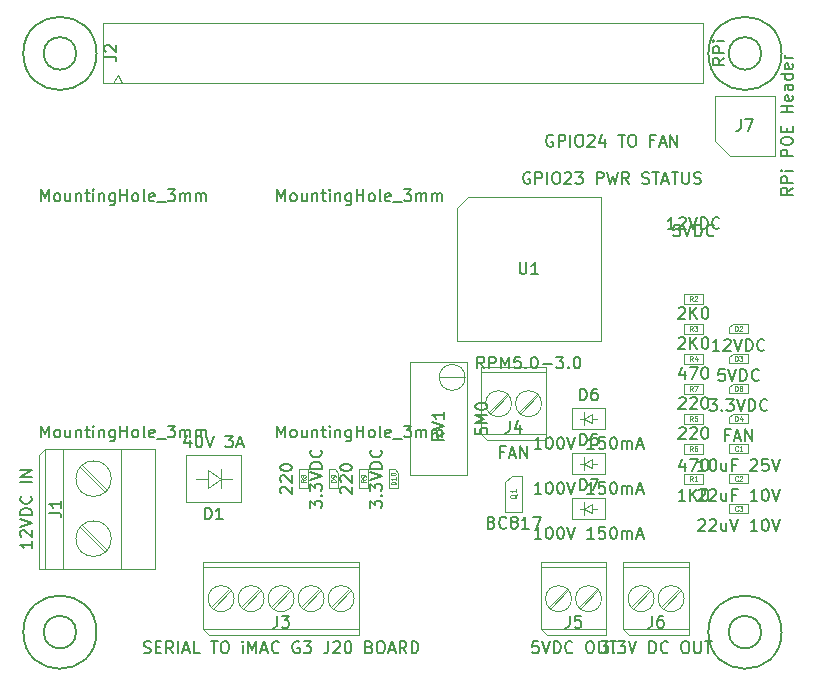
<source format=gbr>
G04 #@! TF.GenerationSoftware,KiCad,Pcbnew,(5.1.10-1-10_14)*
G04 #@! TF.CreationDate,2022-04-10T19:47:37-06:00*
G04 #@! TF.ProjectId,RPiG3iMac,52506947-3369-44d6-9163-2e6b69636164,1.2*
G04 #@! TF.SameCoordinates,Original*
G04 #@! TF.FileFunction,Other,Fab,Top*
%FSLAX46Y46*%
G04 Gerber Fmt 4.6, Leading zero omitted, Abs format (unit mm)*
G04 Created by KiCad (PCBNEW (5.1.10-1-10_14)) date 2022-04-10 19:47:37*
%MOMM*%
%LPD*%
G01*
G04 APERTURE LIST*
%ADD10C,0.100000*%
%ADD11C,0.150000*%
%ADD12C,0.060000*%
%ADD13C,0.075000*%
G04 APERTURE END LIST*
D10*
X153500000Y-99060000D02*
G75*
G03*
X153500000Y-99060000I-1100000J0D01*
G01*
X156040000Y-99060000D02*
G75*
G03*
X156040000Y-99060000I-1100000J0D01*
G01*
X150900000Y-95960000D02*
X156440000Y-95960000D01*
X156440000Y-95960000D02*
X156440000Y-102160000D01*
X156440000Y-102160000D02*
X151400000Y-102160000D01*
X151400000Y-102160000D02*
X150900000Y-101660000D01*
X150900000Y-101660000D02*
X150900000Y-95960000D01*
X150900000Y-101660000D02*
X156440000Y-101660000D01*
X150900000Y-96360000D02*
X156440000Y-96360000D01*
X153235000Y-98360000D02*
X151699000Y-99895000D01*
X153101000Y-98225000D02*
X151565000Y-99760000D01*
X155775000Y-98360000D02*
X154240000Y-99895000D01*
X155641000Y-98225000D02*
X154106000Y-99760000D01*
D11*
X176360000Y-69405000D02*
G75*
G03*
X176360000Y-69405000I-3100000J0D01*
G01*
X174635000Y-69405000D02*
G75*
G03*
X174635000Y-69405000I-1375000J0D01*
G01*
X176360000Y-118405000D02*
G75*
G03*
X176360000Y-118405000I-3100000J0D01*
G01*
X174635000Y-118405000D02*
G75*
G03*
X174635000Y-118405000I-1375000J0D01*
G01*
X118360000Y-118405000D02*
G75*
G03*
X118360000Y-118405000I-3100000J0D01*
G01*
X116635000Y-118405000D02*
G75*
G03*
X116635000Y-118405000I-1375000J0D01*
G01*
X118360000Y-69405000D02*
G75*
G03*
X118360000Y-69405000I-3100000J0D01*
G01*
X116635000Y-69405000D02*
G75*
G03*
X116635000Y-69405000I-1375000J0D01*
G01*
D10*
X128919440Y-105408980D02*
X127768820Y-106209080D01*
X128919440Y-105408980D02*
X127768820Y-104659680D01*
X127768820Y-104659680D02*
X127768820Y-106209080D01*
X128919440Y-106209080D02*
X128919440Y-104608880D01*
X127768820Y-105408980D02*
X126770600Y-105408980D01*
X128919440Y-105408980D02*
X129821140Y-105408980D01*
X125970000Y-107410000D02*
X130570000Y-107410000D01*
X125970000Y-107410000D02*
X125970000Y-103410000D01*
X130570000Y-103410000D02*
X130570000Y-107410000D01*
X125970000Y-103410000D02*
X130570000Y-103410000D01*
X173520000Y-93110000D02*
X173520000Y-92310000D01*
X171920000Y-93110000D02*
X173520000Y-93110000D01*
X171920000Y-92610000D02*
X171920000Y-93110000D01*
X172220000Y-92310000D02*
X171920000Y-92610000D01*
X173520000Y-92310000D02*
X172220000Y-92310000D01*
X173520000Y-94850000D02*
X172220000Y-94850000D01*
X172220000Y-94850000D02*
X171920000Y-95150000D01*
X171920000Y-95150000D02*
X171920000Y-95650000D01*
X171920000Y-95650000D02*
X173520000Y-95650000D01*
X173520000Y-95650000D02*
X173520000Y-94850000D01*
X173520000Y-99930000D02*
X172220000Y-99930000D01*
X172220000Y-99930000D02*
X171920000Y-100230000D01*
X171920000Y-100230000D02*
X171920000Y-100730000D01*
X171920000Y-100730000D02*
X173520000Y-100730000D01*
X173520000Y-100730000D02*
X173520000Y-99930000D01*
X158620000Y-103240000D02*
X161420000Y-103240000D01*
X161420000Y-103240000D02*
X161420000Y-105040000D01*
X161420000Y-105040000D02*
X158620000Y-105040000D01*
X158620000Y-105040000D02*
X158620000Y-103240000D01*
X159270000Y-104140000D02*
X159670000Y-104140000D01*
X159670000Y-104140000D02*
X159670000Y-103590000D01*
X159670000Y-104140000D02*
X159670000Y-104690000D01*
X159670000Y-104140000D02*
X160270000Y-103740000D01*
X160270000Y-103740000D02*
X160270000Y-104540000D01*
X160270000Y-104540000D02*
X159670000Y-104140000D01*
X160270000Y-104140000D02*
X160770000Y-104140000D01*
X160270000Y-100330000D02*
X160770000Y-100330000D01*
X160270000Y-100730000D02*
X159670000Y-100330000D01*
X160270000Y-99930000D02*
X160270000Y-100730000D01*
X159670000Y-100330000D02*
X160270000Y-99930000D01*
X159670000Y-100330000D02*
X159670000Y-100880000D01*
X159670000Y-100330000D02*
X159670000Y-99780000D01*
X159270000Y-100330000D02*
X159670000Y-100330000D01*
X158620000Y-101230000D02*
X158620000Y-99430000D01*
X161420000Y-101230000D02*
X158620000Y-101230000D01*
X161420000Y-99430000D02*
X161420000Y-101230000D01*
X158620000Y-99430000D02*
X161420000Y-99430000D01*
X158620000Y-107050000D02*
X161420000Y-107050000D01*
X161420000Y-107050000D02*
X161420000Y-108850000D01*
X161420000Y-108850000D02*
X158620000Y-108850000D01*
X158620000Y-108850000D02*
X158620000Y-107050000D01*
X159270000Y-107950000D02*
X159670000Y-107950000D01*
X159670000Y-107950000D02*
X159670000Y-107400000D01*
X159670000Y-107950000D02*
X159670000Y-108500000D01*
X159670000Y-107950000D02*
X160270000Y-107550000D01*
X160270000Y-107550000D02*
X160270000Y-108350000D01*
X160270000Y-108350000D02*
X159670000Y-107950000D01*
X160270000Y-107950000D02*
X160770000Y-107950000D01*
X173520000Y-98190000D02*
X173520000Y-97390000D01*
X171920000Y-98190000D02*
X173520000Y-98190000D01*
X171920000Y-97690000D02*
X171920000Y-98190000D01*
X172220000Y-97390000D02*
X171920000Y-97690000D01*
X173520000Y-97390000D02*
X172220000Y-97390000D01*
X152970000Y-108200000D02*
X154370000Y-108200000D01*
X154370000Y-105160000D02*
X154370000Y-108200000D01*
X152970000Y-105730000D02*
X153520000Y-105160000D01*
X153520000Y-105160000D02*
X154370000Y-105160000D01*
X152970000Y-105730000D02*
X152970000Y-108180000D01*
X149845000Y-81535000D02*
X161035000Y-81535000D01*
X148845000Y-82535000D02*
X149845000Y-81535000D01*
X148845000Y-93725000D02*
X148845000Y-82535000D01*
X161035000Y-93725000D02*
X148845000Y-93725000D01*
X161035000Y-81535000D02*
X161035000Y-93725000D01*
X119610000Y-105410000D02*
G75*
G03*
X119610000Y-105410000I-1500000J0D01*
G01*
X119610000Y-110490000D02*
G75*
G03*
X119610000Y-110490000I-1500000J0D01*
G01*
X123310000Y-102870000D02*
X123310000Y-113030000D01*
X123310000Y-113030000D02*
X113510000Y-113030000D01*
X113510000Y-113030000D02*
X113510000Y-103370000D01*
X113510000Y-103370000D02*
X114010000Y-102870000D01*
X114010000Y-102870000D02*
X123310000Y-102870000D01*
X114010000Y-102870000D02*
X114010000Y-113030000D01*
X115510000Y-102870000D02*
X115510000Y-113030000D01*
X120410000Y-102870000D02*
X120410000Y-113030000D01*
X119065000Y-106548000D02*
X116972000Y-104455000D01*
X119248000Y-106365000D02*
X117155000Y-104272000D01*
X119065000Y-111628000D02*
X116972000Y-109536000D01*
X119248000Y-111445000D02*
X117155000Y-109353000D01*
X173520000Y-103270000D02*
X171920000Y-103270000D01*
X173520000Y-102470000D02*
X173520000Y-103270000D01*
X171920000Y-102470000D02*
X173520000Y-102470000D01*
X171920000Y-103270000D02*
X171920000Y-102470000D01*
X171920000Y-105810000D02*
X171920000Y-105010000D01*
X171920000Y-105010000D02*
X173520000Y-105010000D01*
X173520000Y-105010000D02*
X173520000Y-105810000D01*
X173520000Y-105810000D02*
X171920000Y-105810000D01*
X173520000Y-108350000D02*
X171920000Y-108350000D01*
X173520000Y-107550000D02*
X173520000Y-108350000D01*
X171920000Y-107550000D02*
X173520000Y-107550000D01*
X171920000Y-108350000D02*
X171920000Y-107550000D01*
X168110000Y-105822500D02*
X168110000Y-104997500D01*
X168110000Y-104997500D02*
X169710000Y-104997500D01*
X169710000Y-104997500D02*
X169710000Y-105822500D01*
X169710000Y-105822500D02*
X168110000Y-105822500D01*
X168110000Y-89757500D02*
X169710000Y-89757500D01*
X168110000Y-90582500D02*
X168110000Y-89757500D01*
X169710000Y-90582500D02*
X168110000Y-90582500D01*
X169710000Y-89757500D02*
X169710000Y-90582500D01*
X168110000Y-92297500D02*
X169710000Y-92297500D01*
X168110000Y-93122500D02*
X168110000Y-92297500D01*
X169710000Y-93122500D02*
X168110000Y-93122500D01*
X169710000Y-92297500D02*
X169710000Y-93122500D01*
X169710000Y-94837500D02*
X169710000Y-95662500D01*
X169710000Y-95662500D02*
X168110000Y-95662500D01*
X168110000Y-95662500D02*
X168110000Y-94837500D01*
X168110000Y-94837500D02*
X169710000Y-94837500D01*
X169710000Y-99917500D02*
X169710000Y-100742500D01*
X169710000Y-100742500D02*
X168110000Y-100742500D01*
X168110000Y-100742500D02*
X168110000Y-99917500D01*
X168110000Y-99917500D02*
X169710000Y-99917500D01*
X169710000Y-103282500D02*
X168110000Y-103282500D01*
X169710000Y-102457500D02*
X169710000Y-103282500D01*
X168110000Y-102457500D02*
X169710000Y-102457500D01*
X168110000Y-103282500D02*
X168110000Y-102457500D01*
X168110000Y-97377500D02*
X169710000Y-97377500D01*
X168110000Y-98202500D02*
X168110000Y-97377500D01*
X169710000Y-98202500D02*
X168110000Y-98202500D01*
X169710000Y-97377500D02*
X169710000Y-98202500D01*
X118875000Y-71890000D02*
X118875000Y-66810000D01*
X118875000Y-66810000D02*
X169675000Y-66810000D01*
X169675000Y-66810000D02*
X169675000Y-71890000D01*
X169675000Y-71890000D02*
X118875000Y-71890000D01*
X119745000Y-71890000D02*
X120145000Y-71250000D01*
X120145000Y-71250000D02*
X120545000Y-71890000D01*
X171980000Y-78060000D02*
X170710000Y-76790000D01*
X175790000Y-78060000D02*
X171980000Y-78060000D01*
X175790000Y-72980000D02*
X175790000Y-78060000D01*
X170710000Y-72980000D02*
X175790000Y-72980000D01*
X170710000Y-76790000D02*
X170710000Y-72980000D01*
X149555000Y-96835000D02*
X147386000Y-96834000D01*
X149555000Y-96835000D02*
X147386000Y-96834000D01*
X144910000Y-95565000D02*
X144910000Y-105095000D01*
X149740000Y-95565000D02*
X144910000Y-95565000D01*
X149740000Y-105095000D02*
X149740000Y-95565000D01*
X144910000Y-105095000D02*
X149740000Y-105095000D01*
X149565000Y-96835000D02*
G75*
G03*
X149565000Y-96835000I-1095000J0D01*
G01*
X138030000Y-106210000D02*
X138830000Y-106210000D01*
X138030000Y-104610000D02*
X138030000Y-106210000D01*
X138530000Y-104610000D02*
X138030000Y-104610000D01*
X138830000Y-104910000D02*
X138530000Y-104610000D01*
X138830000Y-106210000D02*
X138830000Y-104910000D01*
X143910000Y-106210000D02*
X143910000Y-104910000D01*
X143910000Y-104910000D02*
X143610000Y-104610000D01*
X143610000Y-104610000D02*
X143110000Y-104610000D01*
X143110000Y-104610000D02*
X143110000Y-106210000D01*
X143110000Y-106210000D02*
X143910000Y-106210000D01*
X135477500Y-106210000D02*
X135477500Y-104610000D01*
X136302500Y-106210000D02*
X135477500Y-106210000D01*
X136302500Y-104610000D02*
X136302500Y-106210000D01*
X135477500Y-104610000D02*
X136302500Y-104610000D01*
X140557500Y-104610000D02*
X141382500Y-104610000D01*
X141382500Y-104610000D02*
X141382500Y-106210000D01*
X141382500Y-106210000D02*
X140557500Y-106210000D01*
X140557500Y-106210000D02*
X140557500Y-104610000D01*
X139766000Y-114735000D02*
X138231000Y-116270000D01*
X139900000Y-114870000D02*
X138365000Y-116405000D01*
X137226000Y-114735000D02*
X135691000Y-116270000D01*
X137360000Y-114870000D02*
X135825000Y-116405000D01*
X134686000Y-114735000D02*
X133151000Y-116270000D01*
X134820000Y-114870000D02*
X133285000Y-116405000D01*
X132146000Y-114735000D02*
X130611000Y-116270000D01*
X132280000Y-114870000D02*
X130745000Y-116405000D01*
X129606000Y-114735000D02*
X128070000Y-116270000D01*
X129740000Y-114870000D02*
X128204000Y-116405000D01*
X127405000Y-112870000D02*
X140565000Y-112870000D01*
X127405000Y-118170000D02*
X140565000Y-118170000D01*
X127405000Y-118170000D02*
X127405000Y-112470000D01*
X127905000Y-118670000D02*
X127405000Y-118170000D01*
X140565000Y-118670000D02*
X127905000Y-118670000D01*
X140565000Y-112470000D02*
X140565000Y-118670000D01*
X127405000Y-112470000D02*
X140565000Y-112470000D01*
X140165000Y-115570000D02*
G75*
G03*
X140165000Y-115570000I-1100000J0D01*
G01*
X137625000Y-115570000D02*
G75*
G03*
X137625000Y-115570000I-1100000J0D01*
G01*
X135085000Y-115570000D02*
G75*
G03*
X135085000Y-115570000I-1100000J0D01*
G01*
X132545000Y-115570000D02*
G75*
G03*
X132545000Y-115570000I-1100000J0D01*
G01*
X130005000Y-115570000D02*
G75*
G03*
X130005000Y-115570000I-1100000J0D01*
G01*
X160721000Y-114735000D02*
X159186000Y-116270000D01*
X160855000Y-114870000D02*
X159320000Y-116405000D01*
X158181000Y-114735000D02*
X156645000Y-116270000D01*
X158315000Y-114870000D02*
X156779000Y-116405000D01*
X155980000Y-112870000D02*
X161520000Y-112870000D01*
X155980000Y-118170000D02*
X161520000Y-118170000D01*
X155980000Y-118170000D02*
X155980000Y-112470000D01*
X156480000Y-118670000D02*
X155980000Y-118170000D01*
X161520000Y-118670000D02*
X156480000Y-118670000D01*
X161520000Y-112470000D02*
X161520000Y-118670000D01*
X155980000Y-112470000D02*
X161520000Y-112470000D01*
X161120000Y-115570000D02*
G75*
G03*
X161120000Y-115570000I-1100000J0D01*
G01*
X158580000Y-115570000D02*
G75*
G03*
X158580000Y-115570000I-1100000J0D01*
G01*
X165565000Y-115570000D02*
G75*
G03*
X165565000Y-115570000I-1100000J0D01*
G01*
X168105000Y-115570000D02*
G75*
G03*
X168105000Y-115570000I-1100000J0D01*
G01*
X162965000Y-112470000D02*
X168505000Y-112470000D01*
X168505000Y-112470000D02*
X168505000Y-118670000D01*
X168505000Y-118670000D02*
X163465000Y-118670000D01*
X163465000Y-118670000D02*
X162965000Y-118170000D01*
X162965000Y-118170000D02*
X162965000Y-112470000D01*
X162965000Y-118170000D02*
X168505000Y-118170000D01*
X162965000Y-112870000D02*
X168505000Y-112870000D01*
X165300000Y-114870000D02*
X163764000Y-116405000D01*
X165166000Y-114735000D02*
X163630000Y-116270000D01*
X167840000Y-114870000D02*
X166305000Y-116405000D01*
X167706000Y-114735000D02*
X166171000Y-116270000D01*
D11*
X152860476Y-103148571D02*
X152527142Y-103148571D01*
X152527142Y-103672380D02*
X152527142Y-102672380D01*
X153003333Y-102672380D01*
X153336666Y-103386666D02*
X153812857Y-103386666D01*
X153241428Y-103672380D02*
X153574761Y-102672380D01*
X153908095Y-103672380D01*
X154241428Y-103672380D02*
X154241428Y-102672380D01*
X154812857Y-103672380D01*
X154812857Y-102672380D01*
X153336666Y-100512380D02*
X153336666Y-101226666D01*
X153289047Y-101369523D01*
X153193809Y-101464761D01*
X153050952Y-101512380D01*
X152955714Y-101512380D01*
X154241428Y-100845714D02*
X154241428Y-101512380D01*
X154003333Y-100464761D02*
X153765238Y-101179047D01*
X154384285Y-101179047D01*
X133673809Y-101922380D02*
X133673809Y-100922380D01*
X134007142Y-101636666D01*
X134340476Y-100922380D01*
X134340476Y-101922380D01*
X134959523Y-101922380D02*
X134864285Y-101874761D01*
X134816666Y-101827142D01*
X134769047Y-101731904D01*
X134769047Y-101446190D01*
X134816666Y-101350952D01*
X134864285Y-101303333D01*
X134959523Y-101255714D01*
X135102380Y-101255714D01*
X135197619Y-101303333D01*
X135245238Y-101350952D01*
X135292857Y-101446190D01*
X135292857Y-101731904D01*
X135245238Y-101827142D01*
X135197619Y-101874761D01*
X135102380Y-101922380D01*
X134959523Y-101922380D01*
X136150000Y-101255714D02*
X136150000Y-101922380D01*
X135721428Y-101255714D02*
X135721428Y-101779523D01*
X135769047Y-101874761D01*
X135864285Y-101922380D01*
X136007142Y-101922380D01*
X136102380Y-101874761D01*
X136150000Y-101827142D01*
X136626190Y-101255714D02*
X136626190Y-101922380D01*
X136626190Y-101350952D02*
X136673809Y-101303333D01*
X136769047Y-101255714D01*
X136911904Y-101255714D01*
X137007142Y-101303333D01*
X137054761Y-101398571D01*
X137054761Y-101922380D01*
X137388095Y-101255714D02*
X137769047Y-101255714D01*
X137530952Y-100922380D02*
X137530952Y-101779523D01*
X137578571Y-101874761D01*
X137673809Y-101922380D01*
X137769047Y-101922380D01*
X138102380Y-101922380D02*
X138102380Y-101255714D01*
X138102380Y-100922380D02*
X138054761Y-100970000D01*
X138102380Y-101017619D01*
X138150000Y-100970000D01*
X138102380Y-100922380D01*
X138102380Y-101017619D01*
X138578571Y-101255714D02*
X138578571Y-101922380D01*
X138578571Y-101350952D02*
X138626190Y-101303333D01*
X138721428Y-101255714D01*
X138864285Y-101255714D01*
X138959523Y-101303333D01*
X139007142Y-101398571D01*
X139007142Y-101922380D01*
X139911904Y-101255714D02*
X139911904Y-102065238D01*
X139864285Y-102160476D01*
X139816666Y-102208095D01*
X139721428Y-102255714D01*
X139578571Y-102255714D01*
X139483333Y-102208095D01*
X139911904Y-101874761D02*
X139816666Y-101922380D01*
X139626190Y-101922380D01*
X139530952Y-101874761D01*
X139483333Y-101827142D01*
X139435714Y-101731904D01*
X139435714Y-101446190D01*
X139483333Y-101350952D01*
X139530952Y-101303333D01*
X139626190Y-101255714D01*
X139816666Y-101255714D01*
X139911904Y-101303333D01*
X140388095Y-101922380D02*
X140388095Y-100922380D01*
X140388095Y-101398571D02*
X140959523Y-101398571D01*
X140959523Y-101922380D02*
X140959523Y-100922380D01*
X141578571Y-101922380D02*
X141483333Y-101874761D01*
X141435714Y-101827142D01*
X141388095Y-101731904D01*
X141388095Y-101446190D01*
X141435714Y-101350952D01*
X141483333Y-101303333D01*
X141578571Y-101255714D01*
X141721428Y-101255714D01*
X141816666Y-101303333D01*
X141864285Y-101350952D01*
X141911904Y-101446190D01*
X141911904Y-101731904D01*
X141864285Y-101827142D01*
X141816666Y-101874761D01*
X141721428Y-101922380D01*
X141578571Y-101922380D01*
X142483333Y-101922380D02*
X142388095Y-101874761D01*
X142340476Y-101779523D01*
X142340476Y-100922380D01*
X143245238Y-101874761D02*
X143150000Y-101922380D01*
X142959523Y-101922380D01*
X142864285Y-101874761D01*
X142816666Y-101779523D01*
X142816666Y-101398571D01*
X142864285Y-101303333D01*
X142959523Y-101255714D01*
X143150000Y-101255714D01*
X143245238Y-101303333D01*
X143292857Y-101398571D01*
X143292857Y-101493809D01*
X142816666Y-101589047D01*
X143483333Y-102017619D02*
X144245238Y-102017619D01*
X144388095Y-100922380D02*
X145007142Y-100922380D01*
X144673809Y-101303333D01*
X144816666Y-101303333D01*
X144911904Y-101350952D01*
X144959523Y-101398571D01*
X145007142Y-101493809D01*
X145007142Y-101731904D01*
X144959523Y-101827142D01*
X144911904Y-101874761D01*
X144816666Y-101922380D01*
X144530952Y-101922380D01*
X144435714Y-101874761D01*
X144388095Y-101827142D01*
X145435714Y-101922380D02*
X145435714Y-101255714D01*
X145435714Y-101350952D02*
X145483333Y-101303333D01*
X145578571Y-101255714D01*
X145721428Y-101255714D01*
X145816666Y-101303333D01*
X145864285Y-101398571D01*
X145864285Y-101922380D01*
X145864285Y-101398571D02*
X145911904Y-101303333D01*
X146007142Y-101255714D01*
X146150000Y-101255714D01*
X146245238Y-101303333D01*
X146292857Y-101398571D01*
X146292857Y-101922380D01*
X146769047Y-101922380D02*
X146769047Y-101255714D01*
X146769047Y-101350952D02*
X146816666Y-101303333D01*
X146911904Y-101255714D01*
X147054761Y-101255714D01*
X147150000Y-101303333D01*
X147197619Y-101398571D01*
X147197619Y-101922380D01*
X147197619Y-101398571D02*
X147245238Y-101303333D01*
X147340476Y-101255714D01*
X147483333Y-101255714D01*
X147578571Y-101303333D01*
X147626190Y-101398571D01*
X147626190Y-101922380D01*
X113673809Y-101922380D02*
X113673809Y-100922380D01*
X114007142Y-101636666D01*
X114340476Y-100922380D01*
X114340476Y-101922380D01*
X114959523Y-101922380D02*
X114864285Y-101874761D01*
X114816666Y-101827142D01*
X114769047Y-101731904D01*
X114769047Y-101446190D01*
X114816666Y-101350952D01*
X114864285Y-101303333D01*
X114959523Y-101255714D01*
X115102380Y-101255714D01*
X115197619Y-101303333D01*
X115245238Y-101350952D01*
X115292857Y-101446190D01*
X115292857Y-101731904D01*
X115245238Y-101827142D01*
X115197619Y-101874761D01*
X115102380Y-101922380D01*
X114959523Y-101922380D01*
X116150000Y-101255714D02*
X116150000Y-101922380D01*
X115721428Y-101255714D02*
X115721428Y-101779523D01*
X115769047Y-101874761D01*
X115864285Y-101922380D01*
X116007142Y-101922380D01*
X116102380Y-101874761D01*
X116150000Y-101827142D01*
X116626190Y-101255714D02*
X116626190Y-101922380D01*
X116626190Y-101350952D02*
X116673809Y-101303333D01*
X116769047Y-101255714D01*
X116911904Y-101255714D01*
X117007142Y-101303333D01*
X117054761Y-101398571D01*
X117054761Y-101922380D01*
X117388095Y-101255714D02*
X117769047Y-101255714D01*
X117530952Y-100922380D02*
X117530952Y-101779523D01*
X117578571Y-101874761D01*
X117673809Y-101922380D01*
X117769047Y-101922380D01*
X118102380Y-101922380D02*
X118102380Y-101255714D01*
X118102380Y-100922380D02*
X118054761Y-100970000D01*
X118102380Y-101017619D01*
X118150000Y-100970000D01*
X118102380Y-100922380D01*
X118102380Y-101017619D01*
X118578571Y-101255714D02*
X118578571Y-101922380D01*
X118578571Y-101350952D02*
X118626190Y-101303333D01*
X118721428Y-101255714D01*
X118864285Y-101255714D01*
X118959523Y-101303333D01*
X119007142Y-101398571D01*
X119007142Y-101922380D01*
X119911904Y-101255714D02*
X119911904Y-102065238D01*
X119864285Y-102160476D01*
X119816666Y-102208095D01*
X119721428Y-102255714D01*
X119578571Y-102255714D01*
X119483333Y-102208095D01*
X119911904Y-101874761D02*
X119816666Y-101922380D01*
X119626190Y-101922380D01*
X119530952Y-101874761D01*
X119483333Y-101827142D01*
X119435714Y-101731904D01*
X119435714Y-101446190D01*
X119483333Y-101350952D01*
X119530952Y-101303333D01*
X119626190Y-101255714D01*
X119816666Y-101255714D01*
X119911904Y-101303333D01*
X120388095Y-101922380D02*
X120388095Y-100922380D01*
X120388095Y-101398571D02*
X120959523Y-101398571D01*
X120959523Y-101922380D02*
X120959523Y-100922380D01*
X121578571Y-101922380D02*
X121483333Y-101874761D01*
X121435714Y-101827142D01*
X121388095Y-101731904D01*
X121388095Y-101446190D01*
X121435714Y-101350952D01*
X121483333Y-101303333D01*
X121578571Y-101255714D01*
X121721428Y-101255714D01*
X121816666Y-101303333D01*
X121864285Y-101350952D01*
X121911904Y-101446190D01*
X121911904Y-101731904D01*
X121864285Y-101827142D01*
X121816666Y-101874761D01*
X121721428Y-101922380D01*
X121578571Y-101922380D01*
X122483333Y-101922380D02*
X122388095Y-101874761D01*
X122340476Y-101779523D01*
X122340476Y-100922380D01*
X123245238Y-101874761D02*
X123150000Y-101922380D01*
X122959523Y-101922380D01*
X122864285Y-101874761D01*
X122816666Y-101779523D01*
X122816666Y-101398571D01*
X122864285Y-101303333D01*
X122959523Y-101255714D01*
X123150000Y-101255714D01*
X123245238Y-101303333D01*
X123292857Y-101398571D01*
X123292857Y-101493809D01*
X122816666Y-101589047D01*
X123483333Y-102017619D02*
X124245238Y-102017619D01*
X124388095Y-100922380D02*
X125007142Y-100922380D01*
X124673809Y-101303333D01*
X124816666Y-101303333D01*
X124911904Y-101350952D01*
X124959523Y-101398571D01*
X125007142Y-101493809D01*
X125007142Y-101731904D01*
X124959523Y-101827142D01*
X124911904Y-101874761D01*
X124816666Y-101922380D01*
X124530952Y-101922380D01*
X124435714Y-101874761D01*
X124388095Y-101827142D01*
X125435714Y-101922380D02*
X125435714Y-101255714D01*
X125435714Y-101350952D02*
X125483333Y-101303333D01*
X125578571Y-101255714D01*
X125721428Y-101255714D01*
X125816666Y-101303333D01*
X125864285Y-101398571D01*
X125864285Y-101922380D01*
X125864285Y-101398571D02*
X125911904Y-101303333D01*
X126007142Y-101255714D01*
X126150000Y-101255714D01*
X126245238Y-101303333D01*
X126292857Y-101398571D01*
X126292857Y-101922380D01*
X126769047Y-101922380D02*
X126769047Y-101255714D01*
X126769047Y-101350952D02*
X126816666Y-101303333D01*
X126911904Y-101255714D01*
X127054761Y-101255714D01*
X127150000Y-101303333D01*
X127197619Y-101398571D01*
X127197619Y-101922380D01*
X127197619Y-101398571D02*
X127245238Y-101303333D01*
X127340476Y-101255714D01*
X127483333Y-101255714D01*
X127578571Y-101303333D01*
X127626190Y-101398571D01*
X127626190Y-101922380D01*
X133673809Y-81922380D02*
X133673809Y-80922380D01*
X134007142Y-81636666D01*
X134340476Y-80922380D01*
X134340476Y-81922380D01*
X134959523Y-81922380D02*
X134864285Y-81874761D01*
X134816666Y-81827142D01*
X134769047Y-81731904D01*
X134769047Y-81446190D01*
X134816666Y-81350952D01*
X134864285Y-81303333D01*
X134959523Y-81255714D01*
X135102380Y-81255714D01*
X135197619Y-81303333D01*
X135245238Y-81350952D01*
X135292857Y-81446190D01*
X135292857Y-81731904D01*
X135245238Y-81827142D01*
X135197619Y-81874761D01*
X135102380Y-81922380D01*
X134959523Y-81922380D01*
X136150000Y-81255714D02*
X136150000Y-81922380D01*
X135721428Y-81255714D02*
X135721428Y-81779523D01*
X135769047Y-81874761D01*
X135864285Y-81922380D01*
X136007142Y-81922380D01*
X136102380Y-81874761D01*
X136150000Y-81827142D01*
X136626190Y-81255714D02*
X136626190Y-81922380D01*
X136626190Y-81350952D02*
X136673809Y-81303333D01*
X136769047Y-81255714D01*
X136911904Y-81255714D01*
X137007142Y-81303333D01*
X137054761Y-81398571D01*
X137054761Y-81922380D01*
X137388095Y-81255714D02*
X137769047Y-81255714D01*
X137530952Y-80922380D02*
X137530952Y-81779523D01*
X137578571Y-81874761D01*
X137673809Y-81922380D01*
X137769047Y-81922380D01*
X138102380Y-81922380D02*
X138102380Y-81255714D01*
X138102380Y-80922380D02*
X138054761Y-80970000D01*
X138102380Y-81017619D01*
X138150000Y-80970000D01*
X138102380Y-80922380D01*
X138102380Y-81017619D01*
X138578571Y-81255714D02*
X138578571Y-81922380D01*
X138578571Y-81350952D02*
X138626190Y-81303333D01*
X138721428Y-81255714D01*
X138864285Y-81255714D01*
X138959523Y-81303333D01*
X139007142Y-81398571D01*
X139007142Y-81922380D01*
X139911904Y-81255714D02*
X139911904Y-82065238D01*
X139864285Y-82160476D01*
X139816666Y-82208095D01*
X139721428Y-82255714D01*
X139578571Y-82255714D01*
X139483333Y-82208095D01*
X139911904Y-81874761D02*
X139816666Y-81922380D01*
X139626190Y-81922380D01*
X139530952Y-81874761D01*
X139483333Y-81827142D01*
X139435714Y-81731904D01*
X139435714Y-81446190D01*
X139483333Y-81350952D01*
X139530952Y-81303333D01*
X139626190Y-81255714D01*
X139816666Y-81255714D01*
X139911904Y-81303333D01*
X140388095Y-81922380D02*
X140388095Y-80922380D01*
X140388095Y-81398571D02*
X140959523Y-81398571D01*
X140959523Y-81922380D02*
X140959523Y-80922380D01*
X141578571Y-81922380D02*
X141483333Y-81874761D01*
X141435714Y-81827142D01*
X141388095Y-81731904D01*
X141388095Y-81446190D01*
X141435714Y-81350952D01*
X141483333Y-81303333D01*
X141578571Y-81255714D01*
X141721428Y-81255714D01*
X141816666Y-81303333D01*
X141864285Y-81350952D01*
X141911904Y-81446190D01*
X141911904Y-81731904D01*
X141864285Y-81827142D01*
X141816666Y-81874761D01*
X141721428Y-81922380D01*
X141578571Y-81922380D01*
X142483333Y-81922380D02*
X142388095Y-81874761D01*
X142340476Y-81779523D01*
X142340476Y-80922380D01*
X143245238Y-81874761D02*
X143150000Y-81922380D01*
X142959523Y-81922380D01*
X142864285Y-81874761D01*
X142816666Y-81779523D01*
X142816666Y-81398571D01*
X142864285Y-81303333D01*
X142959523Y-81255714D01*
X143150000Y-81255714D01*
X143245238Y-81303333D01*
X143292857Y-81398571D01*
X143292857Y-81493809D01*
X142816666Y-81589047D01*
X143483333Y-82017619D02*
X144245238Y-82017619D01*
X144388095Y-80922380D02*
X145007142Y-80922380D01*
X144673809Y-81303333D01*
X144816666Y-81303333D01*
X144911904Y-81350952D01*
X144959523Y-81398571D01*
X145007142Y-81493809D01*
X145007142Y-81731904D01*
X144959523Y-81827142D01*
X144911904Y-81874761D01*
X144816666Y-81922380D01*
X144530952Y-81922380D01*
X144435714Y-81874761D01*
X144388095Y-81827142D01*
X145435714Y-81922380D02*
X145435714Y-81255714D01*
X145435714Y-81350952D02*
X145483333Y-81303333D01*
X145578571Y-81255714D01*
X145721428Y-81255714D01*
X145816666Y-81303333D01*
X145864285Y-81398571D01*
X145864285Y-81922380D01*
X145864285Y-81398571D02*
X145911904Y-81303333D01*
X146007142Y-81255714D01*
X146150000Y-81255714D01*
X146245238Y-81303333D01*
X146292857Y-81398571D01*
X146292857Y-81922380D01*
X146769047Y-81922380D02*
X146769047Y-81255714D01*
X146769047Y-81350952D02*
X146816666Y-81303333D01*
X146911904Y-81255714D01*
X147054761Y-81255714D01*
X147150000Y-81303333D01*
X147197619Y-81398571D01*
X147197619Y-81922380D01*
X147197619Y-81398571D02*
X147245238Y-81303333D01*
X147340476Y-81255714D01*
X147483333Y-81255714D01*
X147578571Y-81303333D01*
X147626190Y-81398571D01*
X147626190Y-81922380D01*
X113673809Y-81922380D02*
X113673809Y-80922380D01*
X114007142Y-81636666D01*
X114340476Y-80922380D01*
X114340476Y-81922380D01*
X114959523Y-81922380D02*
X114864285Y-81874761D01*
X114816666Y-81827142D01*
X114769047Y-81731904D01*
X114769047Y-81446190D01*
X114816666Y-81350952D01*
X114864285Y-81303333D01*
X114959523Y-81255714D01*
X115102380Y-81255714D01*
X115197619Y-81303333D01*
X115245238Y-81350952D01*
X115292857Y-81446190D01*
X115292857Y-81731904D01*
X115245238Y-81827142D01*
X115197619Y-81874761D01*
X115102380Y-81922380D01*
X114959523Y-81922380D01*
X116150000Y-81255714D02*
X116150000Y-81922380D01*
X115721428Y-81255714D02*
X115721428Y-81779523D01*
X115769047Y-81874761D01*
X115864285Y-81922380D01*
X116007142Y-81922380D01*
X116102380Y-81874761D01*
X116150000Y-81827142D01*
X116626190Y-81255714D02*
X116626190Y-81922380D01*
X116626190Y-81350952D02*
X116673809Y-81303333D01*
X116769047Y-81255714D01*
X116911904Y-81255714D01*
X117007142Y-81303333D01*
X117054761Y-81398571D01*
X117054761Y-81922380D01*
X117388095Y-81255714D02*
X117769047Y-81255714D01*
X117530952Y-80922380D02*
X117530952Y-81779523D01*
X117578571Y-81874761D01*
X117673809Y-81922380D01*
X117769047Y-81922380D01*
X118102380Y-81922380D02*
X118102380Y-81255714D01*
X118102380Y-80922380D02*
X118054761Y-80970000D01*
X118102380Y-81017619D01*
X118150000Y-80970000D01*
X118102380Y-80922380D01*
X118102380Y-81017619D01*
X118578571Y-81255714D02*
X118578571Y-81922380D01*
X118578571Y-81350952D02*
X118626190Y-81303333D01*
X118721428Y-81255714D01*
X118864285Y-81255714D01*
X118959523Y-81303333D01*
X119007142Y-81398571D01*
X119007142Y-81922380D01*
X119911904Y-81255714D02*
X119911904Y-82065238D01*
X119864285Y-82160476D01*
X119816666Y-82208095D01*
X119721428Y-82255714D01*
X119578571Y-82255714D01*
X119483333Y-82208095D01*
X119911904Y-81874761D02*
X119816666Y-81922380D01*
X119626190Y-81922380D01*
X119530952Y-81874761D01*
X119483333Y-81827142D01*
X119435714Y-81731904D01*
X119435714Y-81446190D01*
X119483333Y-81350952D01*
X119530952Y-81303333D01*
X119626190Y-81255714D01*
X119816666Y-81255714D01*
X119911904Y-81303333D01*
X120388095Y-81922380D02*
X120388095Y-80922380D01*
X120388095Y-81398571D02*
X120959523Y-81398571D01*
X120959523Y-81922380D02*
X120959523Y-80922380D01*
X121578571Y-81922380D02*
X121483333Y-81874761D01*
X121435714Y-81827142D01*
X121388095Y-81731904D01*
X121388095Y-81446190D01*
X121435714Y-81350952D01*
X121483333Y-81303333D01*
X121578571Y-81255714D01*
X121721428Y-81255714D01*
X121816666Y-81303333D01*
X121864285Y-81350952D01*
X121911904Y-81446190D01*
X121911904Y-81731904D01*
X121864285Y-81827142D01*
X121816666Y-81874761D01*
X121721428Y-81922380D01*
X121578571Y-81922380D01*
X122483333Y-81922380D02*
X122388095Y-81874761D01*
X122340476Y-81779523D01*
X122340476Y-80922380D01*
X123245238Y-81874761D02*
X123150000Y-81922380D01*
X122959523Y-81922380D01*
X122864285Y-81874761D01*
X122816666Y-81779523D01*
X122816666Y-81398571D01*
X122864285Y-81303333D01*
X122959523Y-81255714D01*
X123150000Y-81255714D01*
X123245238Y-81303333D01*
X123292857Y-81398571D01*
X123292857Y-81493809D01*
X122816666Y-81589047D01*
X123483333Y-82017619D02*
X124245238Y-82017619D01*
X124388095Y-80922380D02*
X125007142Y-80922380D01*
X124673809Y-81303333D01*
X124816666Y-81303333D01*
X124911904Y-81350952D01*
X124959523Y-81398571D01*
X125007142Y-81493809D01*
X125007142Y-81731904D01*
X124959523Y-81827142D01*
X124911904Y-81874761D01*
X124816666Y-81922380D01*
X124530952Y-81922380D01*
X124435714Y-81874761D01*
X124388095Y-81827142D01*
X125435714Y-81922380D02*
X125435714Y-81255714D01*
X125435714Y-81350952D02*
X125483333Y-81303333D01*
X125578571Y-81255714D01*
X125721428Y-81255714D01*
X125816666Y-81303333D01*
X125864285Y-81398571D01*
X125864285Y-81922380D01*
X125864285Y-81398571D02*
X125911904Y-81303333D01*
X126007142Y-81255714D01*
X126150000Y-81255714D01*
X126245238Y-81303333D01*
X126292857Y-81398571D01*
X126292857Y-81922380D01*
X126769047Y-81922380D02*
X126769047Y-81255714D01*
X126769047Y-81350952D02*
X126816666Y-81303333D01*
X126911904Y-81255714D01*
X127054761Y-81255714D01*
X127150000Y-81303333D01*
X127197619Y-81398571D01*
X127197619Y-81922380D01*
X127197619Y-81398571D02*
X127245238Y-81303333D01*
X127340476Y-81255714D01*
X127483333Y-81255714D01*
X127578571Y-81303333D01*
X127626190Y-81398571D01*
X127626190Y-81922380D01*
X126270000Y-102095714D02*
X126270000Y-102762380D01*
X126031904Y-101714761D02*
X125793809Y-102429047D01*
X126412857Y-102429047D01*
X126984285Y-101762380D02*
X127079523Y-101762380D01*
X127174761Y-101810000D01*
X127222380Y-101857619D01*
X127270000Y-101952857D01*
X127317619Y-102143333D01*
X127317619Y-102381428D01*
X127270000Y-102571904D01*
X127222380Y-102667142D01*
X127174761Y-102714761D01*
X127079523Y-102762380D01*
X126984285Y-102762380D01*
X126889047Y-102714761D01*
X126841428Y-102667142D01*
X126793809Y-102571904D01*
X126746190Y-102381428D01*
X126746190Y-102143333D01*
X126793809Y-101952857D01*
X126841428Y-101857619D01*
X126889047Y-101810000D01*
X126984285Y-101762380D01*
X127603333Y-101762380D02*
X127936666Y-102762380D01*
X128270000Y-101762380D01*
X129270000Y-101762380D02*
X129889047Y-101762380D01*
X129555714Y-102143333D01*
X129698571Y-102143333D01*
X129793809Y-102190952D01*
X129841428Y-102238571D01*
X129889047Y-102333809D01*
X129889047Y-102571904D01*
X129841428Y-102667142D01*
X129793809Y-102714761D01*
X129698571Y-102762380D01*
X129412857Y-102762380D01*
X129317619Y-102714761D01*
X129270000Y-102667142D01*
X130270000Y-102476666D02*
X130746190Y-102476666D01*
X130174761Y-102762380D02*
X130508095Y-101762380D01*
X130841428Y-102762380D01*
X127531904Y-108862380D02*
X127531904Y-107862380D01*
X127770000Y-107862380D01*
X127912857Y-107910000D01*
X128008095Y-108005238D01*
X128055714Y-108100476D01*
X128103333Y-108290952D01*
X128103333Y-108433809D01*
X128055714Y-108624285D01*
X128008095Y-108719523D01*
X127912857Y-108814761D01*
X127770000Y-108862380D01*
X127531904Y-108862380D01*
X129055714Y-108862380D02*
X128484285Y-108862380D01*
X128770000Y-108862380D02*
X128770000Y-107862380D01*
X128674761Y-108005238D01*
X128579523Y-108100476D01*
X128484285Y-108148095D01*
X171100952Y-94592380D02*
X170529523Y-94592380D01*
X170815238Y-94592380D02*
X170815238Y-93592380D01*
X170720000Y-93735238D01*
X170624761Y-93830476D01*
X170529523Y-93878095D01*
X171481904Y-93687619D02*
X171529523Y-93640000D01*
X171624761Y-93592380D01*
X171862857Y-93592380D01*
X171958095Y-93640000D01*
X172005714Y-93687619D01*
X172053333Y-93782857D01*
X172053333Y-93878095D01*
X172005714Y-94020952D01*
X171434285Y-94592380D01*
X172053333Y-94592380D01*
X172339047Y-93592380D02*
X172672380Y-94592380D01*
X173005714Y-93592380D01*
X173339047Y-94592380D02*
X173339047Y-93592380D01*
X173577142Y-93592380D01*
X173720000Y-93640000D01*
X173815238Y-93735238D01*
X173862857Y-93830476D01*
X173910476Y-94020952D01*
X173910476Y-94163809D01*
X173862857Y-94354285D01*
X173815238Y-94449523D01*
X173720000Y-94544761D01*
X173577142Y-94592380D01*
X173339047Y-94592380D01*
X174910476Y-94497142D02*
X174862857Y-94544761D01*
X174720000Y-94592380D01*
X174624761Y-94592380D01*
X174481904Y-94544761D01*
X174386666Y-94449523D01*
X174339047Y-94354285D01*
X174291428Y-94163809D01*
X174291428Y-94020952D01*
X174339047Y-93830476D01*
X174386666Y-93735238D01*
X174481904Y-93640000D01*
X174624761Y-93592380D01*
X174720000Y-93592380D01*
X174862857Y-93640000D01*
X174910476Y-93687619D01*
D12*
X172424761Y-92890952D02*
X172424761Y-92490952D01*
X172520000Y-92490952D01*
X172577142Y-92510000D01*
X172615238Y-92548095D01*
X172634285Y-92586190D01*
X172653333Y-92662380D01*
X172653333Y-92719523D01*
X172634285Y-92795714D01*
X172615238Y-92833809D01*
X172577142Y-92871904D01*
X172520000Y-92890952D01*
X172424761Y-92890952D01*
X172805714Y-92529047D02*
X172824761Y-92510000D01*
X172862857Y-92490952D01*
X172958095Y-92490952D01*
X172996190Y-92510000D01*
X173015238Y-92529047D01*
X173034285Y-92567142D01*
X173034285Y-92605238D01*
X173015238Y-92662380D01*
X172786666Y-92890952D01*
X173034285Y-92890952D01*
D11*
X171529523Y-96132380D02*
X171053333Y-96132380D01*
X171005714Y-96608571D01*
X171053333Y-96560952D01*
X171148571Y-96513333D01*
X171386666Y-96513333D01*
X171481904Y-96560952D01*
X171529523Y-96608571D01*
X171577142Y-96703809D01*
X171577142Y-96941904D01*
X171529523Y-97037142D01*
X171481904Y-97084761D01*
X171386666Y-97132380D01*
X171148571Y-97132380D01*
X171053333Y-97084761D01*
X171005714Y-97037142D01*
X171862857Y-96132380D02*
X172196190Y-97132380D01*
X172529523Y-96132380D01*
X172862857Y-97132380D02*
X172862857Y-96132380D01*
X173100952Y-96132380D01*
X173243809Y-96180000D01*
X173339047Y-96275238D01*
X173386666Y-96370476D01*
X173434285Y-96560952D01*
X173434285Y-96703809D01*
X173386666Y-96894285D01*
X173339047Y-96989523D01*
X173243809Y-97084761D01*
X173100952Y-97132380D01*
X172862857Y-97132380D01*
X174434285Y-97037142D02*
X174386666Y-97084761D01*
X174243809Y-97132380D01*
X174148571Y-97132380D01*
X174005714Y-97084761D01*
X173910476Y-96989523D01*
X173862857Y-96894285D01*
X173815238Y-96703809D01*
X173815238Y-96560952D01*
X173862857Y-96370476D01*
X173910476Y-96275238D01*
X174005714Y-96180000D01*
X174148571Y-96132380D01*
X174243809Y-96132380D01*
X174386666Y-96180000D01*
X174434285Y-96227619D01*
D12*
X172424761Y-95430952D02*
X172424761Y-95030952D01*
X172520000Y-95030952D01*
X172577142Y-95050000D01*
X172615238Y-95088095D01*
X172634285Y-95126190D01*
X172653333Y-95202380D01*
X172653333Y-95259523D01*
X172634285Y-95335714D01*
X172615238Y-95373809D01*
X172577142Y-95411904D01*
X172520000Y-95430952D01*
X172424761Y-95430952D01*
X172786666Y-95030952D02*
X173034285Y-95030952D01*
X172900952Y-95183333D01*
X172958095Y-95183333D01*
X172996190Y-95202380D01*
X173015238Y-95221428D01*
X173034285Y-95259523D01*
X173034285Y-95354761D01*
X173015238Y-95392857D01*
X172996190Y-95411904D01*
X172958095Y-95430952D01*
X172843809Y-95430952D01*
X172805714Y-95411904D01*
X172786666Y-95392857D01*
D11*
X171910476Y-101688571D02*
X171577142Y-101688571D01*
X171577142Y-102212380D02*
X171577142Y-101212380D01*
X172053333Y-101212380D01*
X172386666Y-101926666D02*
X172862857Y-101926666D01*
X172291428Y-102212380D02*
X172624761Y-101212380D01*
X172958095Y-102212380D01*
X173291428Y-102212380D02*
X173291428Y-101212380D01*
X173862857Y-102212380D01*
X173862857Y-101212380D01*
D12*
X172424761Y-100510952D02*
X172424761Y-100110952D01*
X172520000Y-100110952D01*
X172577142Y-100130000D01*
X172615238Y-100168095D01*
X172634285Y-100206190D01*
X172653333Y-100282380D01*
X172653333Y-100339523D01*
X172634285Y-100415714D01*
X172615238Y-100453809D01*
X172577142Y-100491904D01*
X172520000Y-100510952D01*
X172424761Y-100510952D01*
X172996190Y-100244285D02*
X172996190Y-100510952D01*
X172900952Y-100091904D02*
X172805714Y-100377619D01*
X173053333Y-100377619D01*
D11*
X156020000Y-106692380D02*
X155448571Y-106692380D01*
X155734285Y-106692380D02*
X155734285Y-105692380D01*
X155639047Y-105835238D01*
X155543809Y-105930476D01*
X155448571Y-105978095D01*
X156639047Y-105692380D02*
X156734285Y-105692380D01*
X156829523Y-105740000D01*
X156877142Y-105787619D01*
X156924761Y-105882857D01*
X156972380Y-106073333D01*
X156972380Y-106311428D01*
X156924761Y-106501904D01*
X156877142Y-106597142D01*
X156829523Y-106644761D01*
X156734285Y-106692380D01*
X156639047Y-106692380D01*
X156543809Y-106644761D01*
X156496190Y-106597142D01*
X156448571Y-106501904D01*
X156400952Y-106311428D01*
X156400952Y-106073333D01*
X156448571Y-105882857D01*
X156496190Y-105787619D01*
X156543809Y-105740000D01*
X156639047Y-105692380D01*
X157591428Y-105692380D02*
X157686666Y-105692380D01*
X157781904Y-105740000D01*
X157829523Y-105787619D01*
X157877142Y-105882857D01*
X157924761Y-106073333D01*
X157924761Y-106311428D01*
X157877142Y-106501904D01*
X157829523Y-106597142D01*
X157781904Y-106644761D01*
X157686666Y-106692380D01*
X157591428Y-106692380D01*
X157496190Y-106644761D01*
X157448571Y-106597142D01*
X157400952Y-106501904D01*
X157353333Y-106311428D01*
X157353333Y-106073333D01*
X157400952Y-105882857D01*
X157448571Y-105787619D01*
X157496190Y-105740000D01*
X157591428Y-105692380D01*
X158210476Y-105692380D02*
X158543809Y-106692380D01*
X158877142Y-105692380D01*
X160496190Y-106692380D02*
X159924761Y-106692380D01*
X160210476Y-106692380D02*
X160210476Y-105692380D01*
X160115238Y-105835238D01*
X160020000Y-105930476D01*
X159924761Y-105978095D01*
X161400952Y-105692380D02*
X160924761Y-105692380D01*
X160877142Y-106168571D01*
X160924761Y-106120952D01*
X161020000Y-106073333D01*
X161258095Y-106073333D01*
X161353333Y-106120952D01*
X161400952Y-106168571D01*
X161448571Y-106263809D01*
X161448571Y-106501904D01*
X161400952Y-106597142D01*
X161353333Y-106644761D01*
X161258095Y-106692380D01*
X161020000Y-106692380D01*
X160924761Y-106644761D01*
X160877142Y-106597142D01*
X162067619Y-105692380D02*
X162162857Y-105692380D01*
X162258095Y-105740000D01*
X162305714Y-105787619D01*
X162353333Y-105882857D01*
X162400952Y-106073333D01*
X162400952Y-106311428D01*
X162353333Y-106501904D01*
X162305714Y-106597142D01*
X162258095Y-106644761D01*
X162162857Y-106692380D01*
X162067619Y-106692380D01*
X161972380Y-106644761D01*
X161924761Y-106597142D01*
X161877142Y-106501904D01*
X161829523Y-106311428D01*
X161829523Y-106073333D01*
X161877142Y-105882857D01*
X161924761Y-105787619D01*
X161972380Y-105740000D01*
X162067619Y-105692380D01*
X162829523Y-106692380D02*
X162829523Y-106025714D01*
X162829523Y-106120952D02*
X162877142Y-106073333D01*
X162972380Y-106025714D01*
X163115238Y-106025714D01*
X163210476Y-106073333D01*
X163258095Y-106168571D01*
X163258095Y-106692380D01*
X163258095Y-106168571D02*
X163305714Y-106073333D01*
X163400952Y-106025714D01*
X163543809Y-106025714D01*
X163639047Y-106073333D01*
X163686666Y-106168571D01*
X163686666Y-106692380D01*
X164115238Y-106406666D02*
X164591428Y-106406666D01*
X164020000Y-106692380D02*
X164353333Y-105692380D01*
X164686666Y-106692380D01*
X159281904Y-102592380D02*
X159281904Y-101592380D01*
X159520000Y-101592380D01*
X159662857Y-101640000D01*
X159758095Y-101735238D01*
X159805714Y-101830476D01*
X159853333Y-102020952D01*
X159853333Y-102163809D01*
X159805714Y-102354285D01*
X159758095Y-102449523D01*
X159662857Y-102544761D01*
X159520000Y-102592380D01*
X159281904Y-102592380D01*
X160758095Y-101592380D02*
X160281904Y-101592380D01*
X160234285Y-102068571D01*
X160281904Y-102020952D01*
X160377142Y-101973333D01*
X160615238Y-101973333D01*
X160710476Y-102020952D01*
X160758095Y-102068571D01*
X160805714Y-102163809D01*
X160805714Y-102401904D01*
X160758095Y-102497142D01*
X160710476Y-102544761D01*
X160615238Y-102592380D01*
X160377142Y-102592380D01*
X160281904Y-102544761D01*
X160234285Y-102497142D01*
X156020000Y-102882380D02*
X155448571Y-102882380D01*
X155734285Y-102882380D02*
X155734285Y-101882380D01*
X155639047Y-102025238D01*
X155543809Y-102120476D01*
X155448571Y-102168095D01*
X156639047Y-101882380D02*
X156734285Y-101882380D01*
X156829523Y-101930000D01*
X156877142Y-101977619D01*
X156924761Y-102072857D01*
X156972380Y-102263333D01*
X156972380Y-102501428D01*
X156924761Y-102691904D01*
X156877142Y-102787142D01*
X156829523Y-102834761D01*
X156734285Y-102882380D01*
X156639047Y-102882380D01*
X156543809Y-102834761D01*
X156496190Y-102787142D01*
X156448571Y-102691904D01*
X156400952Y-102501428D01*
X156400952Y-102263333D01*
X156448571Y-102072857D01*
X156496190Y-101977619D01*
X156543809Y-101930000D01*
X156639047Y-101882380D01*
X157591428Y-101882380D02*
X157686666Y-101882380D01*
X157781904Y-101930000D01*
X157829523Y-101977619D01*
X157877142Y-102072857D01*
X157924761Y-102263333D01*
X157924761Y-102501428D01*
X157877142Y-102691904D01*
X157829523Y-102787142D01*
X157781904Y-102834761D01*
X157686666Y-102882380D01*
X157591428Y-102882380D01*
X157496190Y-102834761D01*
X157448571Y-102787142D01*
X157400952Y-102691904D01*
X157353333Y-102501428D01*
X157353333Y-102263333D01*
X157400952Y-102072857D01*
X157448571Y-101977619D01*
X157496190Y-101930000D01*
X157591428Y-101882380D01*
X158210476Y-101882380D02*
X158543809Y-102882380D01*
X158877142Y-101882380D01*
X160496190Y-102882380D02*
X159924761Y-102882380D01*
X160210476Y-102882380D02*
X160210476Y-101882380D01*
X160115238Y-102025238D01*
X160020000Y-102120476D01*
X159924761Y-102168095D01*
X161400952Y-101882380D02*
X160924761Y-101882380D01*
X160877142Y-102358571D01*
X160924761Y-102310952D01*
X161020000Y-102263333D01*
X161258095Y-102263333D01*
X161353333Y-102310952D01*
X161400952Y-102358571D01*
X161448571Y-102453809D01*
X161448571Y-102691904D01*
X161400952Y-102787142D01*
X161353333Y-102834761D01*
X161258095Y-102882380D01*
X161020000Y-102882380D01*
X160924761Y-102834761D01*
X160877142Y-102787142D01*
X162067619Y-101882380D02*
X162162857Y-101882380D01*
X162258095Y-101930000D01*
X162305714Y-101977619D01*
X162353333Y-102072857D01*
X162400952Y-102263333D01*
X162400952Y-102501428D01*
X162353333Y-102691904D01*
X162305714Y-102787142D01*
X162258095Y-102834761D01*
X162162857Y-102882380D01*
X162067619Y-102882380D01*
X161972380Y-102834761D01*
X161924761Y-102787142D01*
X161877142Y-102691904D01*
X161829523Y-102501428D01*
X161829523Y-102263333D01*
X161877142Y-102072857D01*
X161924761Y-101977619D01*
X161972380Y-101930000D01*
X162067619Y-101882380D01*
X162829523Y-102882380D02*
X162829523Y-102215714D01*
X162829523Y-102310952D02*
X162877142Y-102263333D01*
X162972380Y-102215714D01*
X163115238Y-102215714D01*
X163210476Y-102263333D01*
X163258095Y-102358571D01*
X163258095Y-102882380D01*
X163258095Y-102358571D02*
X163305714Y-102263333D01*
X163400952Y-102215714D01*
X163543809Y-102215714D01*
X163639047Y-102263333D01*
X163686666Y-102358571D01*
X163686666Y-102882380D01*
X164115238Y-102596666D02*
X164591428Y-102596666D01*
X164020000Y-102882380D02*
X164353333Y-101882380D01*
X164686666Y-102882380D01*
X159281904Y-98782380D02*
X159281904Y-97782380D01*
X159520000Y-97782380D01*
X159662857Y-97830000D01*
X159758095Y-97925238D01*
X159805714Y-98020476D01*
X159853333Y-98210952D01*
X159853333Y-98353809D01*
X159805714Y-98544285D01*
X159758095Y-98639523D01*
X159662857Y-98734761D01*
X159520000Y-98782380D01*
X159281904Y-98782380D01*
X160710476Y-97782380D02*
X160520000Y-97782380D01*
X160424761Y-97830000D01*
X160377142Y-97877619D01*
X160281904Y-98020476D01*
X160234285Y-98210952D01*
X160234285Y-98591904D01*
X160281904Y-98687142D01*
X160329523Y-98734761D01*
X160424761Y-98782380D01*
X160615238Y-98782380D01*
X160710476Y-98734761D01*
X160758095Y-98687142D01*
X160805714Y-98591904D01*
X160805714Y-98353809D01*
X160758095Y-98258571D01*
X160710476Y-98210952D01*
X160615238Y-98163333D01*
X160424761Y-98163333D01*
X160329523Y-98210952D01*
X160281904Y-98258571D01*
X160234285Y-98353809D01*
X156020000Y-110502380D02*
X155448571Y-110502380D01*
X155734285Y-110502380D02*
X155734285Y-109502380D01*
X155639047Y-109645238D01*
X155543809Y-109740476D01*
X155448571Y-109788095D01*
X156639047Y-109502380D02*
X156734285Y-109502380D01*
X156829523Y-109550000D01*
X156877142Y-109597619D01*
X156924761Y-109692857D01*
X156972380Y-109883333D01*
X156972380Y-110121428D01*
X156924761Y-110311904D01*
X156877142Y-110407142D01*
X156829523Y-110454761D01*
X156734285Y-110502380D01*
X156639047Y-110502380D01*
X156543809Y-110454761D01*
X156496190Y-110407142D01*
X156448571Y-110311904D01*
X156400952Y-110121428D01*
X156400952Y-109883333D01*
X156448571Y-109692857D01*
X156496190Y-109597619D01*
X156543809Y-109550000D01*
X156639047Y-109502380D01*
X157591428Y-109502380D02*
X157686666Y-109502380D01*
X157781904Y-109550000D01*
X157829523Y-109597619D01*
X157877142Y-109692857D01*
X157924761Y-109883333D01*
X157924761Y-110121428D01*
X157877142Y-110311904D01*
X157829523Y-110407142D01*
X157781904Y-110454761D01*
X157686666Y-110502380D01*
X157591428Y-110502380D01*
X157496190Y-110454761D01*
X157448571Y-110407142D01*
X157400952Y-110311904D01*
X157353333Y-110121428D01*
X157353333Y-109883333D01*
X157400952Y-109692857D01*
X157448571Y-109597619D01*
X157496190Y-109550000D01*
X157591428Y-109502380D01*
X158210476Y-109502380D02*
X158543809Y-110502380D01*
X158877142Y-109502380D01*
X160496190Y-110502380D02*
X159924761Y-110502380D01*
X160210476Y-110502380D02*
X160210476Y-109502380D01*
X160115238Y-109645238D01*
X160020000Y-109740476D01*
X159924761Y-109788095D01*
X161400952Y-109502380D02*
X160924761Y-109502380D01*
X160877142Y-109978571D01*
X160924761Y-109930952D01*
X161020000Y-109883333D01*
X161258095Y-109883333D01*
X161353333Y-109930952D01*
X161400952Y-109978571D01*
X161448571Y-110073809D01*
X161448571Y-110311904D01*
X161400952Y-110407142D01*
X161353333Y-110454761D01*
X161258095Y-110502380D01*
X161020000Y-110502380D01*
X160924761Y-110454761D01*
X160877142Y-110407142D01*
X162067619Y-109502380D02*
X162162857Y-109502380D01*
X162258095Y-109550000D01*
X162305714Y-109597619D01*
X162353333Y-109692857D01*
X162400952Y-109883333D01*
X162400952Y-110121428D01*
X162353333Y-110311904D01*
X162305714Y-110407142D01*
X162258095Y-110454761D01*
X162162857Y-110502380D01*
X162067619Y-110502380D01*
X161972380Y-110454761D01*
X161924761Y-110407142D01*
X161877142Y-110311904D01*
X161829523Y-110121428D01*
X161829523Y-109883333D01*
X161877142Y-109692857D01*
X161924761Y-109597619D01*
X161972380Y-109550000D01*
X162067619Y-109502380D01*
X162829523Y-110502380D02*
X162829523Y-109835714D01*
X162829523Y-109930952D02*
X162877142Y-109883333D01*
X162972380Y-109835714D01*
X163115238Y-109835714D01*
X163210476Y-109883333D01*
X163258095Y-109978571D01*
X163258095Y-110502380D01*
X163258095Y-109978571D02*
X163305714Y-109883333D01*
X163400952Y-109835714D01*
X163543809Y-109835714D01*
X163639047Y-109883333D01*
X163686666Y-109978571D01*
X163686666Y-110502380D01*
X164115238Y-110216666D02*
X164591428Y-110216666D01*
X164020000Y-110502380D02*
X164353333Y-109502380D01*
X164686666Y-110502380D01*
X159281904Y-106402380D02*
X159281904Y-105402380D01*
X159520000Y-105402380D01*
X159662857Y-105450000D01*
X159758095Y-105545238D01*
X159805714Y-105640476D01*
X159853333Y-105830952D01*
X159853333Y-105973809D01*
X159805714Y-106164285D01*
X159758095Y-106259523D01*
X159662857Y-106354761D01*
X159520000Y-106402380D01*
X159281904Y-106402380D01*
X160186666Y-105402380D02*
X160853333Y-105402380D01*
X160424761Y-106402380D01*
X170243809Y-98672380D02*
X170862857Y-98672380D01*
X170529523Y-99053333D01*
X170672380Y-99053333D01*
X170767619Y-99100952D01*
X170815238Y-99148571D01*
X170862857Y-99243809D01*
X170862857Y-99481904D01*
X170815238Y-99577142D01*
X170767619Y-99624761D01*
X170672380Y-99672380D01*
X170386666Y-99672380D01*
X170291428Y-99624761D01*
X170243809Y-99577142D01*
X171291428Y-99577142D02*
X171339047Y-99624761D01*
X171291428Y-99672380D01*
X171243809Y-99624761D01*
X171291428Y-99577142D01*
X171291428Y-99672380D01*
X171672380Y-98672380D02*
X172291428Y-98672380D01*
X171958095Y-99053333D01*
X172100952Y-99053333D01*
X172196190Y-99100952D01*
X172243809Y-99148571D01*
X172291428Y-99243809D01*
X172291428Y-99481904D01*
X172243809Y-99577142D01*
X172196190Y-99624761D01*
X172100952Y-99672380D01*
X171815238Y-99672380D01*
X171720000Y-99624761D01*
X171672380Y-99577142D01*
X172577142Y-98672380D02*
X172910476Y-99672380D01*
X173243809Y-98672380D01*
X173577142Y-99672380D02*
X173577142Y-98672380D01*
X173815238Y-98672380D01*
X173958095Y-98720000D01*
X174053333Y-98815238D01*
X174100952Y-98910476D01*
X174148571Y-99100952D01*
X174148571Y-99243809D01*
X174100952Y-99434285D01*
X174053333Y-99529523D01*
X173958095Y-99624761D01*
X173815238Y-99672380D01*
X173577142Y-99672380D01*
X175148571Y-99577142D02*
X175100952Y-99624761D01*
X174958095Y-99672380D01*
X174862857Y-99672380D01*
X174720000Y-99624761D01*
X174624761Y-99529523D01*
X174577142Y-99434285D01*
X174529523Y-99243809D01*
X174529523Y-99100952D01*
X174577142Y-98910476D01*
X174624761Y-98815238D01*
X174720000Y-98720000D01*
X174862857Y-98672380D01*
X174958095Y-98672380D01*
X175100952Y-98720000D01*
X175148571Y-98767619D01*
D12*
X172424761Y-97970952D02*
X172424761Y-97570952D01*
X172520000Y-97570952D01*
X172577142Y-97590000D01*
X172615238Y-97628095D01*
X172634285Y-97666190D01*
X172653333Y-97742380D01*
X172653333Y-97799523D01*
X172634285Y-97875714D01*
X172615238Y-97913809D01*
X172577142Y-97951904D01*
X172520000Y-97970952D01*
X172424761Y-97970952D01*
X172881904Y-97742380D02*
X172843809Y-97723333D01*
X172824761Y-97704285D01*
X172805714Y-97666190D01*
X172805714Y-97647142D01*
X172824761Y-97609047D01*
X172843809Y-97590000D01*
X172881904Y-97570952D01*
X172958095Y-97570952D01*
X172996190Y-97590000D01*
X173015238Y-97609047D01*
X173034285Y-97647142D01*
X173034285Y-97666190D01*
X173015238Y-97704285D01*
X172996190Y-97723333D01*
X172958095Y-97742380D01*
X172881904Y-97742380D01*
X172843809Y-97761428D01*
X172824761Y-97780476D01*
X172805714Y-97818571D01*
X172805714Y-97894761D01*
X172824761Y-97932857D01*
X172843809Y-97951904D01*
X172881904Y-97970952D01*
X172958095Y-97970952D01*
X172996190Y-97951904D01*
X173015238Y-97932857D01*
X173034285Y-97894761D01*
X173034285Y-97818571D01*
X173015238Y-97780476D01*
X172996190Y-97761428D01*
X172958095Y-97742380D01*
D11*
X155047619Y-79510000D02*
X154952380Y-79462380D01*
X154809523Y-79462380D01*
X154666666Y-79510000D01*
X154571428Y-79605238D01*
X154523809Y-79700476D01*
X154476190Y-79890952D01*
X154476190Y-80033809D01*
X154523809Y-80224285D01*
X154571428Y-80319523D01*
X154666666Y-80414761D01*
X154809523Y-80462380D01*
X154904761Y-80462380D01*
X155047619Y-80414761D01*
X155095238Y-80367142D01*
X155095238Y-80033809D01*
X154904761Y-80033809D01*
X155523809Y-80462380D02*
X155523809Y-79462380D01*
X155904761Y-79462380D01*
X156000000Y-79510000D01*
X156047619Y-79557619D01*
X156095238Y-79652857D01*
X156095238Y-79795714D01*
X156047619Y-79890952D01*
X156000000Y-79938571D01*
X155904761Y-79986190D01*
X155523809Y-79986190D01*
X156523809Y-80462380D02*
X156523809Y-79462380D01*
X157190476Y-79462380D02*
X157380952Y-79462380D01*
X157476190Y-79510000D01*
X157571428Y-79605238D01*
X157619047Y-79795714D01*
X157619047Y-80129047D01*
X157571428Y-80319523D01*
X157476190Y-80414761D01*
X157380952Y-80462380D01*
X157190476Y-80462380D01*
X157095238Y-80414761D01*
X157000000Y-80319523D01*
X156952380Y-80129047D01*
X156952380Y-79795714D01*
X157000000Y-79605238D01*
X157095238Y-79510000D01*
X157190476Y-79462380D01*
X158000000Y-79557619D02*
X158047619Y-79510000D01*
X158142857Y-79462380D01*
X158380952Y-79462380D01*
X158476190Y-79510000D01*
X158523809Y-79557619D01*
X158571428Y-79652857D01*
X158571428Y-79748095D01*
X158523809Y-79890952D01*
X157952380Y-80462380D01*
X158571428Y-80462380D01*
X158904761Y-79462380D02*
X159523809Y-79462380D01*
X159190476Y-79843333D01*
X159333333Y-79843333D01*
X159428571Y-79890952D01*
X159476190Y-79938571D01*
X159523809Y-80033809D01*
X159523809Y-80271904D01*
X159476190Y-80367142D01*
X159428571Y-80414761D01*
X159333333Y-80462380D01*
X159047619Y-80462380D01*
X158952380Y-80414761D01*
X158904761Y-80367142D01*
X160714285Y-80462380D02*
X160714285Y-79462380D01*
X161095238Y-79462380D01*
X161190476Y-79510000D01*
X161238095Y-79557619D01*
X161285714Y-79652857D01*
X161285714Y-79795714D01*
X161238095Y-79890952D01*
X161190476Y-79938571D01*
X161095238Y-79986190D01*
X160714285Y-79986190D01*
X161619047Y-79462380D02*
X161857142Y-80462380D01*
X162047619Y-79748095D01*
X162238095Y-80462380D01*
X162476190Y-79462380D01*
X163428571Y-80462380D02*
X163095238Y-79986190D01*
X162857142Y-80462380D02*
X162857142Y-79462380D01*
X163238095Y-79462380D01*
X163333333Y-79510000D01*
X163380952Y-79557619D01*
X163428571Y-79652857D01*
X163428571Y-79795714D01*
X163380952Y-79890952D01*
X163333333Y-79938571D01*
X163238095Y-79986190D01*
X162857142Y-79986190D01*
X164571428Y-80414761D02*
X164714285Y-80462380D01*
X164952380Y-80462380D01*
X165047619Y-80414761D01*
X165095238Y-80367142D01*
X165142857Y-80271904D01*
X165142857Y-80176666D01*
X165095238Y-80081428D01*
X165047619Y-80033809D01*
X164952380Y-79986190D01*
X164761904Y-79938571D01*
X164666666Y-79890952D01*
X164619047Y-79843333D01*
X164571428Y-79748095D01*
X164571428Y-79652857D01*
X164619047Y-79557619D01*
X164666666Y-79510000D01*
X164761904Y-79462380D01*
X165000000Y-79462380D01*
X165142857Y-79510000D01*
X165428571Y-79462380D02*
X166000000Y-79462380D01*
X165714285Y-80462380D02*
X165714285Y-79462380D01*
X166285714Y-80176666D02*
X166761904Y-80176666D01*
X166190476Y-80462380D02*
X166523809Y-79462380D01*
X166857142Y-80462380D01*
X167047619Y-79462380D02*
X167619047Y-79462380D01*
X167333333Y-80462380D02*
X167333333Y-79462380D01*
X167952380Y-79462380D02*
X167952380Y-80271904D01*
X168000000Y-80367142D01*
X168047619Y-80414761D01*
X168142857Y-80462380D01*
X168333333Y-80462380D01*
X168428571Y-80414761D01*
X168476190Y-80367142D01*
X168523809Y-80271904D01*
X168523809Y-79462380D01*
X168952380Y-80414761D02*
X169095238Y-80462380D01*
X169333333Y-80462380D01*
X169428571Y-80414761D01*
X169476190Y-80367142D01*
X169523809Y-80271904D01*
X169523809Y-80176666D01*
X169476190Y-80081428D01*
X169428571Y-80033809D01*
X169333333Y-79986190D01*
X169142857Y-79938571D01*
X169047619Y-79890952D01*
X169000000Y-79843333D01*
X168952380Y-79748095D01*
X168952380Y-79652857D01*
X169000000Y-79557619D01*
X169047619Y-79510000D01*
X169142857Y-79462380D01*
X169380952Y-79462380D01*
X169523809Y-79510000D01*
X157000000Y-76340000D02*
X156904761Y-76292380D01*
X156761904Y-76292380D01*
X156619047Y-76340000D01*
X156523809Y-76435238D01*
X156476190Y-76530476D01*
X156428571Y-76720952D01*
X156428571Y-76863809D01*
X156476190Y-77054285D01*
X156523809Y-77149523D01*
X156619047Y-77244761D01*
X156761904Y-77292380D01*
X156857142Y-77292380D01*
X157000000Y-77244761D01*
X157047619Y-77197142D01*
X157047619Y-76863809D01*
X156857142Y-76863809D01*
X157476190Y-77292380D02*
X157476190Y-76292380D01*
X157857142Y-76292380D01*
X157952380Y-76340000D01*
X158000000Y-76387619D01*
X158047619Y-76482857D01*
X158047619Y-76625714D01*
X158000000Y-76720952D01*
X157952380Y-76768571D01*
X157857142Y-76816190D01*
X157476190Y-76816190D01*
X158476190Y-77292380D02*
X158476190Y-76292380D01*
X159142857Y-76292380D02*
X159333333Y-76292380D01*
X159428571Y-76340000D01*
X159523809Y-76435238D01*
X159571428Y-76625714D01*
X159571428Y-76959047D01*
X159523809Y-77149523D01*
X159428571Y-77244761D01*
X159333333Y-77292380D01*
X159142857Y-77292380D01*
X159047619Y-77244761D01*
X158952380Y-77149523D01*
X158904761Y-76959047D01*
X158904761Y-76625714D01*
X158952380Y-76435238D01*
X159047619Y-76340000D01*
X159142857Y-76292380D01*
X159952380Y-76387619D02*
X160000000Y-76340000D01*
X160095238Y-76292380D01*
X160333333Y-76292380D01*
X160428571Y-76340000D01*
X160476190Y-76387619D01*
X160523809Y-76482857D01*
X160523809Y-76578095D01*
X160476190Y-76720952D01*
X159904761Y-77292380D01*
X160523809Y-77292380D01*
X161380952Y-76625714D02*
X161380952Y-77292380D01*
X161142857Y-76244761D02*
X160904761Y-76959047D01*
X161523809Y-76959047D01*
X162523809Y-76292380D02*
X163095238Y-76292380D01*
X162809523Y-77292380D02*
X162809523Y-76292380D01*
X163619047Y-76292380D02*
X163809523Y-76292380D01*
X163904761Y-76340000D01*
X164000000Y-76435238D01*
X164047619Y-76625714D01*
X164047619Y-76959047D01*
X164000000Y-77149523D01*
X163904761Y-77244761D01*
X163809523Y-77292380D01*
X163619047Y-77292380D01*
X163523809Y-77244761D01*
X163428571Y-77149523D01*
X163380952Y-76959047D01*
X163380952Y-76625714D01*
X163428571Y-76435238D01*
X163523809Y-76340000D01*
X163619047Y-76292380D01*
X165571428Y-76768571D02*
X165238095Y-76768571D01*
X165238095Y-77292380D02*
X165238095Y-76292380D01*
X165714285Y-76292380D01*
X166047619Y-77006666D02*
X166523809Y-77006666D01*
X165952380Y-77292380D02*
X166285714Y-76292380D01*
X166619047Y-77292380D01*
X166952380Y-77292380D02*
X166952380Y-76292380D01*
X167523809Y-77292380D01*
X167523809Y-76292380D01*
X167719523Y-83902380D02*
X167243333Y-83902380D01*
X167195714Y-84378571D01*
X167243333Y-84330952D01*
X167338571Y-84283333D01*
X167576666Y-84283333D01*
X167671904Y-84330952D01*
X167719523Y-84378571D01*
X167767142Y-84473809D01*
X167767142Y-84711904D01*
X167719523Y-84807142D01*
X167671904Y-84854761D01*
X167576666Y-84902380D01*
X167338571Y-84902380D01*
X167243333Y-84854761D01*
X167195714Y-84807142D01*
X168052857Y-83902380D02*
X168386190Y-84902380D01*
X168719523Y-83902380D01*
X169052857Y-84902380D02*
X169052857Y-83902380D01*
X169290952Y-83902380D01*
X169433809Y-83950000D01*
X169529047Y-84045238D01*
X169576666Y-84140476D01*
X169624285Y-84330952D01*
X169624285Y-84473809D01*
X169576666Y-84664285D01*
X169529047Y-84759523D01*
X169433809Y-84854761D01*
X169290952Y-84902380D01*
X169052857Y-84902380D01*
X170624285Y-84807142D02*
X170576666Y-84854761D01*
X170433809Y-84902380D01*
X170338571Y-84902380D01*
X170195714Y-84854761D01*
X170100476Y-84759523D01*
X170052857Y-84664285D01*
X170005238Y-84473809D01*
X170005238Y-84330952D01*
X170052857Y-84140476D01*
X170100476Y-84045238D01*
X170195714Y-83950000D01*
X170338571Y-83902380D01*
X170433809Y-83902380D01*
X170576666Y-83950000D01*
X170624285Y-83997619D01*
X167290952Y-84272380D02*
X166719523Y-84272380D01*
X167005238Y-84272380D02*
X167005238Y-83272380D01*
X166910000Y-83415238D01*
X166814761Y-83510476D01*
X166719523Y-83558095D01*
X167671904Y-83367619D02*
X167719523Y-83320000D01*
X167814761Y-83272380D01*
X168052857Y-83272380D01*
X168148095Y-83320000D01*
X168195714Y-83367619D01*
X168243333Y-83462857D01*
X168243333Y-83558095D01*
X168195714Y-83700952D01*
X167624285Y-84272380D01*
X168243333Y-84272380D01*
X168529047Y-83272380D02*
X168862380Y-84272380D01*
X169195714Y-83272380D01*
X169529047Y-84272380D02*
X169529047Y-83272380D01*
X169767142Y-83272380D01*
X169910000Y-83320000D01*
X170005238Y-83415238D01*
X170052857Y-83510476D01*
X170100476Y-83700952D01*
X170100476Y-83843809D01*
X170052857Y-84034285D01*
X170005238Y-84129523D01*
X169910000Y-84224761D01*
X169767142Y-84272380D01*
X169529047Y-84272380D01*
X171100476Y-84177142D02*
X171052857Y-84224761D01*
X170910000Y-84272380D01*
X170814761Y-84272380D01*
X170671904Y-84224761D01*
X170576666Y-84129523D01*
X170529047Y-84034285D01*
X170481428Y-83843809D01*
X170481428Y-83700952D01*
X170529047Y-83510476D01*
X170576666Y-83415238D01*
X170671904Y-83320000D01*
X170814761Y-83272380D01*
X170910000Y-83272380D01*
X171052857Y-83320000D01*
X171100476Y-83367619D01*
X151812857Y-109108571D02*
X151955714Y-109156190D01*
X152003333Y-109203809D01*
X152050952Y-109299047D01*
X152050952Y-109441904D01*
X152003333Y-109537142D01*
X151955714Y-109584761D01*
X151860476Y-109632380D01*
X151479523Y-109632380D01*
X151479523Y-108632380D01*
X151812857Y-108632380D01*
X151908095Y-108680000D01*
X151955714Y-108727619D01*
X152003333Y-108822857D01*
X152003333Y-108918095D01*
X151955714Y-109013333D01*
X151908095Y-109060952D01*
X151812857Y-109108571D01*
X151479523Y-109108571D01*
X153050952Y-109537142D02*
X153003333Y-109584761D01*
X152860476Y-109632380D01*
X152765238Y-109632380D01*
X152622380Y-109584761D01*
X152527142Y-109489523D01*
X152479523Y-109394285D01*
X152431904Y-109203809D01*
X152431904Y-109060952D01*
X152479523Y-108870476D01*
X152527142Y-108775238D01*
X152622380Y-108680000D01*
X152765238Y-108632380D01*
X152860476Y-108632380D01*
X153003333Y-108680000D01*
X153050952Y-108727619D01*
X153622380Y-109060952D02*
X153527142Y-109013333D01*
X153479523Y-108965714D01*
X153431904Y-108870476D01*
X153431904Y-108822857D01*
X153479523Y-108727619D01*
X153527142Y-108680000D01*
X153622380Y-108632380D01*
X153812857Y-108632380D01*
X153908095Y-108680000D01*
X153955714Y-108727619D01*
X154003333Y-108822857D01*
X154003333Y-108870476D01*
X153955714Y-108965714D01*
X153908095Y-109013333D01*
X153812857Y-109060952D01*
X153622380Y-109060952D01*
X153527142Y-109108571D01*
X153479523Y-109156190D01*
X153431904Y-109251428D01*
X153431904Y-109441904D01*
X153479523Y-109537142D01*
X153527142Y-109584761D01*
X153622380Y-109632380D01*
X153812857Y-109632380D01*
X153908095Y-109584761D01*
X153955714Y-109537142D01*
X154003333Y-109441904D01*
X154003333Y-109251428D01*
X153955714Y-109156190D01*
X153908095Y-109108571D01*
X153812857Y-109060952D01*
X154955714Y-109632380D02*
X154384285Y-109632380D01*
X154670000Y-109632380D02*
X154670000Y-108632380D01*
X154574761Y-108775238D01*
X154479523Y-108870476D01*
X154384285Y-108918095D01*
X155289047Y-108632380D02*
X155955714Y-108632380D01*
X155527142Y-109632380D01*
D13*
X153943809Y-106727619D02*
X153920000Y-106775238D01*
X153872380Y-106822857D01*
X153800952Y-106894285D01*
X153777142Y-106941904D01*
X153777142Y-106989523D01*
X153896190Y-106965714D02*
X153872380Y-107013333D01*
X153824761Y-107060952D01*
X153729523Y-107084761D01*
X153562857Y-107084761D01*
X153467619Y-107060952D01*
X153420000Y-107013333D01*
X153396190Y-106965714D01*
X153396190Y-106870476D01*
X153420000Y-106822857D01*
X153467619Y-106775238D01*
X153562857Y-106751428D01*
X153729523Y-106751428D01*
X153824761Y-106775238D01*
X153872380Y-106822857D01*
X153896190Y-106870476D01*
X153896190Y-106965714D01*
X153896190Y-106275238D02*
X153896190Y-106560952D01*
X153896190Y-106418095D02*
X153396190Y-106418095D01*
X153467619Y-106465714D01*
X153515238Y-106513333D01*
X153539047Y-106560952D01*
D11*
X151178095Y-96082380D02*
X150844761Y-95606190D01*
X150606666Y-96082380D02*
X150606666Y-95082380D01*
X150987619Y-95082380D01*
X151082857Y-95130000D01*
X151130476Y-95177619D01*
X151178095Y-95272857D01*
X151178095Y-95415714D01*
X151130476Y-95510952D01*
X151082857Y-95558571D01*
X150987619Y-95606190D01*
X150606666Y-95606190D01*
X151606666Y-96082380D02*
X151606666Y-95082380D01*
X151987619Y-95082380D01*
X152082857Y-95130000D01*
X152130476Y-95177619D01*
X152178095Y-95272857D01*
X152178095Y-95415714D01*
X152130476Y-95510952D01*
X152082857Y-95558571D01*
X151987619Y-95606190D01*
X151606666Y-95606190D01*
X152606666Y-96082380D02*
X152606666Y-95082380D01*
X152940000Y-95796666D01*
X153273333Y-95082380D01*
X153273333Y-96082380D01*
X154225714Y-95082380D02*
X153749523Y-95082380D01*
X153701904Y-95558571D01*
X153749523Y-95510952D01*
X153844761Y-95463333D01*
X154082857Y-95463333D01*
X154178095Y-95510952D01*
X154225714Y-95558571D01*
X154273333Y-95653809D01*
X154273333Y-95891904D01*
X154225714Y-95987142D01*
X154178095Y-96034761D01*
X154082857Y-96082380D01*
X153844761Y-96082380D01*
X153749523Y-96034761D01*
X153701904Y-95987142D01*
X154701904Y-95987142D02*
X154749523Y-96034761D01*
X154701904Y-96082380D01*
X154654285Y-96034761D01*
X154701904Y-95987142D01*
X154701904Y-96082380D01*
X155368571Y-95082380D02*
X155463809Y-95082380D01*
X155559047Y-95130000D01*
X155606666Y-95177619D01*
X155654285Y-95272857D01*
X155701904Y-95463333D01*
X155701904Y-95701428D01*
X155654285Y-95891904D01*
X155606666Y-95987142D01*
X155559047Y-96034761D01*
X155463809Y-96082380D01*
X155368571Y-96082380D01*
X155273333Y-96034761D01*
X155225714Y-95987142D01*
X155178095Y-95891904D01*
X155130476Y-95701428D01*
X155130476Y-95463333D01*
X155178095Y-95272857D01*
X155225714Y-95177619D01*
X155273333Y-95130000D01*
X155368571Y-95082380D01*
X156130476Y-95701428D02*
X156892380Y-95701428D01*
X157273333Y-95082380D02*
X157892380Y-95082380D01*
X157559047Y-95463333D01*
X157701904Y-95463333D01*
X157797142Y-95510952D01*
X157844761Y-95558571D01*
X157892380Y-95653809D01*
X157892380Y-95891904D01*
X157844761Y-95987142D01*
X157797142Y-96034761D01*
X157701904Y-96082380D01*
X157416190Y-96082380D01*
X157320952Y-96034761D01*
X157273333Y-95987142D01*
X158320952Y-95987142D02*
X158368571Y-96034761D01*
X158320952Y-96082380D01*
X158273333Y-96034761D01*
X158320952Y-95987142D01*
X158320952Y-96082380D01*
X158987619Y-95082380D02*
X159082857Y-95082380D01*
X159178095Y-95130000D01*
X159225714Y-95177619D01*
X159273333Y-95272857D01*
X159320952Y-95463333D01*
X159320952Y-95701428D01*
X159273333Y-95891904D01*
X159225714Y-95987142D01*
X159178095Y-96034761D01*
X159082857Y-96082380D01*
X158987619Y-96082380D01*
X158892380Y-96034761D01*
X158844761Y-95987142D01*
X158797142Y-95891904D01*
X158749523Y-95701428D01*
X158749523Y-95463333D01*
X158797142Y-95272857D01*
X158844761Y-95177619D01*
X158892380Y-95130000D01*
X158987619Y-95082380D01*
X154178095Y-87082380D02*
X154178095Y-87891904D01*
X154225714Y-87987142D01*
X154273333Y-88034761D01*
X154368571Y-88082380D01*
X154559047Y-88082380D01*
X154654285Y-88034761D01*
X154701904Y-87987142D01*
X154749523Y-87891904D01*
X154749523Y-87082380D01*
X155749523Y-88082380D02*
X155178095Y-88082380D01*
X155463809Y-88082380D02*
X155463809Y-87082380D01*
X155368571Y-87225238D01*
X155273333Y-87320476D01*
X155178095Y-87368095D01*
X112902380Y-110711904D02*
X112902380Y-111283333D01*
X112902380Y-110997619D02*
X111902380Y-110997619D01*
X112045238Y-111092857D01*
X112140476Y-111188095D01*
X112188095Y-111283333D01*
X111997619Y-110330952D02*
X111950000Y-110283333D01*
X111902380Y-110188095D01*
X111902380Y-109950000D01*
X111950000Y-109854761D01*
X111997619Y-109807142D01*
X112092857Y-109759523D01*
X112188095Y-109759523D01*
X112330952Y-109807142D01*
X112902380Y-110378571D01*
X112902380Y-109759523D01*
X111902380Y-109473809D02*
X112902380Y-109140476D01*
X111902380Y-108807142D01*
X112902380Y-108473809D02*
X111902380Y-108473809D01*
X111902380Y-108235714D01*
X111950000Y-108092857D01*
X112045238Y-107997619D01*
X112140476Y-107950000D01*
X112330952Y-107902380D01*
X112473809Y-107902380D01*
X112664285Y-107950000D01*
X112759523Y-107997619D01*
X112854761Y-108092857D01*
X112902380Y-108235714D01*
X112902380Y-108473809D01*
X112807142Y-106902380D02*
X112854761Y-106950000D01*
X112902380Y-107092857D01*
X112902380Y-107188095D01*
X112854761Y-107330952D01*
X112759523Y-107426190D01*
X112664285Y-107473809D01*
X112473809Y-107521428D01*
X112330952Y-107521428D01*
X112140476Y-107473809D01*
X112045238Y-107426190D01*
X111950000Y-107330952D01*
X111902380Y-107188095D01*
X111902380Y-107092857D01*
X111950000Y-106950000D01*
X111997619Y-106902380D01*
X112902380Y-105711904D02*
X111902380Y-105711904D01*
X112902380Y-105235714D02*
X111902380Y-105235714D01*
X112902380Y-104664285D01*
X111902380Y-104664285D01*
X114362380Y-108283333D02*
X115076666Y-108283333D01*
X115219523Y-108330952D01*
X115314761Y-108426190D01*
X115362380Y-108569047D01*
X115362380Y-108664285D01*
X115362380Y-107283333D02*
X115362380Y-107854761D01*
X115362380Y-107569047D02*
X114362380Y-107569047D01*
X114505238Y-107664285D01*
X114600476Y-107759523D01*
X114648095Y-107854761D01*
X169886666Y-104752380D02*
X169315238Y-104752380D01*
X169600952Y-104752380D02*
X169600952Y-103752380D01*
X169505714Y-103895238D01*
X169410476Y-103990476D01*
X169315238Y-104038095D01*
X170505714Y-103752380D02*
X170600952Y-103752380D01*
X170696190Y-103800000D01*
X170743809Y-103847619D01*
X170791428Y-103942857D01*
X170839047Y-104133333D01*
X170839047Y-104371428D01*
X170791428Y-104561904D01*
X170743809Y-104657142D01*
X170696190Y-104704761D01*
X170600952Y-104752380D01*
X170505714Y-104752380D01*
X170410476Y-104704761D01*
X170362857Y-104657142D01*
X170315238Y-104561904D01*
X170267619Y-104371428D01*
X170267619Y-104133333D01*
X170315238Y-103942857D01*
X170362857Y-103847619D01*
X170410476Y-103800000D01*
X170505714Y-103752380D01*
X171696190Y-104085714D02*
X171696190Y-104752380D01*
X171267619Y-104085714D02*
X171267619Y-104609523D01*
X171315238Y-104704761D01*
X171410476Y-104752380D01*
X171553333Y-104752380D01*
X171648571Y-104704761D01*
X171696190Y-104657142D01*
X172505714Y-104228571D02*
X172172380Y-104228571D01*
X172172380Y-104752380D02*
X172172380Y-103752380D01*
X172648571Y-103752380D01*
X173743809Y-103847619D02*
X173791428Y-103800000D01*
X173886666Y-103752380D01*
X174124761Y-103752380D01*
X174220000Y-103800000D01*
X174267619Y-103847619D01*
X174315238Y-103942857D01*
X174315238Y-104038095D01*
X174267619Y-104180952D01*
X173696190Y-104752380D01*
X174315238Y-104752380D01*
X175220000Y-103752380D02*
X174743809Y-103752380D01*
X174696190Y-104228571D01*
X174743809Y-104180952D01*
X174839047Y-104133333D01*
X175077142Y-104133333D01*
X175172380Y-104180952D01*
X175220000Y-104228571D01*
X175267619Y-104323809D01*
X175267619Y-104561904D01*
X175220000Y-104657142D01*
X175172380Y-104704761D01*
X175077142Y-104752380D01*
X174839047Y-104752380D01*
X174743809Y-104704761D01*
X174696190Y-104657142D01*
X175553333Y-103752380D02*
X175886666Y-104752380D01*
X176220000Y-103752380D01*
D12*
X172653333Y-103012857D02*
X172634285Y-103031904D01*
X172577142Y-103050952D01*
X172539047Y-103050952D01*
X172481904Y-103031904D01*
X172443809Y-102993809D01*
X172424761Y-102955714D01*
X172405714Y-102879523D01*
X172405714Y-102822380D01*
X172424761Y-102746190D01*
X172443809Y-102708095D01*
X172481904Y-102670000D01*
X172539047Y-102650952D01*
X172577142Y-102650952D01*
X172634285Y-102670000D01*
X172653333Y-102689047D01*
X173034285Y-103050952D02*
X172805714Y-103050952D01*
X172920000Y-103050952D02*
X172920000Y-102650952D01*
X172881904Y-102708095D01*
X172843809Y-102746190D01*
X172805714Y-102765238D01*
D11*
X169315238Y-106387619D02*
X169362857Y-106340000D01*
X169458095Y-106292380D01*
X169696190Y-106292380D01*
X169791428Y-106340000D01*
X169839047Y-106387619D01*
X169886666Y-106482857D01*
X169886666Y-106578095D01*
X169839047Y-106720952D01*
X169267619Y-107292380D01*
X169886666Y-107292380D01*
X170267619Y-106387619D02*
X170315238Y-106340000D01*
X170410476Y-106292380D01*
X170648571Y-106292380D01*
X170743809Y-106340000D01*
X170791428Y-106387619D01*
X170839047Y-106482857D01*
X170839047Y-106578095D01*
X170791428Y-106720952D01*
X170220000Y-107292380D01*
X170839047Y-107292380D01*
X171696190Y-106625714D02*
X171696190Y-107292380D01*
X171267619Y-106625714D02*
X171267619Y-107149523D01*
X171315238Y-107244761D01*
X171410476Y-107292380D01*
X171553333Y-107292380D01*
X171648571Y-107244761D01*
X171696190Y-107197142D01*
X172505714Y-106768571D02*
X172172380Y-106768571D01*
X172172380Y-107292380D02*
X172172380Y-106292380D01*
X172648571Y-106292380D01*
X174315238Y-107292380D02*
X173743809Y-107292380D01*
X174029523Y-107292380D02*
X174029523Y-106292380D01*
X173934285Y-106435238D01*
X173839047Y-106530476D01*
X173743809Y-106578095D01*
X174934285Y-106292380D02*
X175029523Y-106292380D01*
X175124761Y-106340000D01*
X175172380Y-106387619D01*
X175220000Y-106482857D01*
X175267619Y-106673333D01*
X175267619Y-106911428D01*
X175220000Y-107101904D01*
X175172380Y-107197142D01*
X175124761Y-107244761D01*
X175029523Y-107292380D01*
X174934285Y-107292380D01*
X174839047Y-107244761D01*
X174791428Y-107197142D01*
X174743809Y-107101904D01*
X174696190Y-106911428D01*
X174696190Y-106673333D01*
X174743809Y-106482857D01*
X174791428Y-106387619D01*
X174839047Y-106340000D01*
X174934285Y-106292380D01*
X175553333Y-106292380D02*
X175886666Y-107292380D01*
X176220000Y-106292380D01*
D12*
X172653333Y-105552857D02*
X172634285Y-105571904D01*
X172577142Y-105590952D01*
X172539047Y-105590952D01*
X172481904Y-105571904D01*
X172443809Y-105533809D01*
X172424761Y-105495714D01*
X172405714Y-105419523D01*
X172405714Y-105362380D01*
X172424761Y-105286190D01*
X172443809Y-105248095D01*
X172481904Y-105210000D01*
X172539047Y-105190952D01*
X172577142Y-105190952D01*
X172634285Y-105210000D01*
X172653333Y-105229047D01*
X172805714Y-105229047D02*
X172824761Y-105210000D01*
X172862857Y-105190952D01*
X172958095Y-105190952D01*
X172996190Y-105210000D01*
X173015238Y-105229047D01*
X173034285Y-105267142D01*
X173034285Y-105305238D01*
X173015238Y-105362380D01*
X172786666Y-105590952D01*
X173034285Y-105590952D01*
D11*
X169315238Y-108927619D02*
X169362857Y-108880000D01*
X169458095Y-108832380D01*
X169696190Y-108832380D01*
X169791428Y-108880000D01*
X169839047Y-108927619D01*
X169886666Y-109022857D01*
X169886666Y-109118095D01*
X169839047Y-109260952D01*
X169267619Y-109832380D01*
X169886666Y-109832380D01*
X170267619Y-108927619D02*
X170315238Y-108880000D01*
X170410476Y-108832380D01*
X170648571Y-108832380D01*
X170743809Y-108880000D01*
X170791428Y-108927619D01*
X170839047Y-109022857D01*
X170839047Y-109118095D01*
X170791428Y-109260952D01*
X170220000Y-109832380D01*
X170839047Y-109832380D01*
X171696190Y-109165714D02*
X171696190Y-109832380D01*
X171267619Y-109165714D02*
X171267619Y-109689523D01*
X171315238Y-109784761D01*
X171410476Y-109832380D01*
X171553333Y-109832380D01*
X171648571Y-109784761D01*
X171696190Y-109737142D01*
X172029523Y-108832380D02*
X172362857Y-109832380D01*
X172696190Y-108832380D01*
X174315238Y-109832380D02*
X173743809Y-109832380D01*
X174029523Y-109832380D02*
X174029523Y-108832380D01*
X173934285Y-108975238D01*
X173839047Y-109070476D01*
X173743809Y-109118095D01*
X174934285Y-108832380D02*
X175029523Y-108832380D01*
X175124761Y-108880000D01*
X175172380Y-108927619D01*
X175220000Y-109022857D01*
X175267619Y-109213333D01*
X175267619Y-109451428D01*
X175220000Y-109641904D01*
X175172380Y-109737142D01*
X175124761Y-109784761D01*
X175029523Y-109832380D01*
X174934285Y-109832380D01*
X174839047Y-109784761D01*
X174791428Y-109737142D01*
X174743809Y-109641904D01*
X174696190Y-109451428D01*
X174696190Y-109213333D01*
X174743809Y-109022857D01*
X174791428Y-108927619D01*
X174839047Y-108880000D01*
X174934285Y-108832380D01*
X175553333Y-108832380D02*
X175886666Y-109832380D01*
X176220000Y-108832380D01*
D12*
X172653333Y-108092857D02*
X172634285Y-108111904D01*
X172577142Y-108130952D01*
X172539047Y-108130952D01*
X172481904Y-108111904D01*
X172443809Y-108073809D01*
X172424761Y-108035714D01*
X172405714Y-107959523D01*
X172405714Y-107902380D01*
X172424761Y-107826190D01*
X172443809Y-107788095D01*
X172481904Y-107750000D01*
X172539047Y-107730952D01*
X172577142Y-107730952D01*
X172634285Y-107750000D01*
X172653333Y-107769047D01*
X172786666Y-107730952D02*
X173034285Y-107730952D01*
X172900952Y-107883333D01*
X172958095Y-107883333D01*
X172996190Y-107902380D01*
X173015238Y-107921428D01*
X173034285Y-107959523D01*
X173034285Y-108054761D01*
X173015238Y-108092857D01*
X172996190Y-108111904D01*
X172958095Y-108130952D01*
X172843809Y-108130952D01*
X172805714Y-108111904D01*
X172786666Y-108092857D01*
D11*
X168219523Y-107292380D02*
X167648095Y-107292380D01*
X167933809Y-107292380D02*
X167933809Y-106292380D01*
X167838571Y-106435238D01*
X167743333Y-106530476D01*
X167648095Y-106578095D01*
X168648095Y-107292380D02*
X168648095Y-106292380D01*
X169219523Y-107292380D02*
X168790952Y-106720952D01*
X169219523Y-106292380D02*
X168648095Y-106863809D01*
X169838571Y-106292380D02*
X169933809Y-106292380D01*
X170029047Y-106340000D01*
X170076666Y-106387619D01*
X170124285Y-106482857D01*
X170171904Y-106673333D01*
X170171904Y-106911428D01*
X170124285Y-107101904D01*
X170076666Y-107197142D01*
X170029047Y-107244761D01*
X169933809Y-107292380D01*
X169838571Y-107292380D01*
X169743333Y-107244761D01*
X169695714Y-107197142D01*
X169648095Y-107101904D01*
X169600476Y-106911428D01*
X169600476Y-106673333D01*
X169648095Y-106482857D01*
X169695714Y-106387619D01*
X169743333Y-106340000D01*
X169838571Y-106292380D01*
D12*
X168843333Y-105590952D02*
X168710000Y-105400476D01*
X168614761Y-105590952D02*
X168614761Y-105190952D01*
X168767142Y-105190952D01*
X168805238Y-105210000D01*
X168824285Y-105229047D01*
X168843333Y-105267142D01*
X168843333Y-105324285D01*
X168824285Y-105362380D01*
X168805238Y-105381428D01*
X168767142Y-105400476D01*
X168614761Y-105400476D01*
X169224285Y-105590952D02*
X168995714Y-105590952D01*
X169110000Y-105590952D02*
X169110000Y-105190952D01*
X169071904Y-105248095D01*
X169033809Y-105286190D01*
X168995714Y-105305238D01*
D11*
X167648095Y-90987619D02*
X167695714Y-90940000D01*
X167790952Y-90892380D01*
X168029047Y-90892380D01*
X168124285Y-90940000D01*
X168171904Y-90987619D01*
X168219523Y-91082857D01*
X168219523Y-91178095D01*
X168171904Y-91320952D01*
X167600476Y-91892380D01*
X168219523Y-91892380D01*
X168648095Y-91892380D02*
X168648095Y-90892380D01*
X169219523Y-91892380D02*
X168790952Y-91320952D01*
X169219523Y-90892380D02*
X168648095Y-91463809D01*
X169838571Y-90892380D02*
X169933809Y-90892380D01*
X170029047Y-90940000D01*
X170076666Y-90987619D01*
X170124285Y-91082857D01*
X170171904Y-91273333D01*
X170171904Y-91511428D01*
X170124285Y-91701904D01*
X170076666Y-91797142D01*
X170029047Y-91844761D01*
X169933809Y-91892380D01*
X169838571Y-91892380D01*
X169743333Y-91844761D01*
X169695714Y-91797142D01*
X169648095Y-91701904D01*
X169600476Y-91511428D01*
X169600476Y-91273333D01*
X169648095Y-91082857D01*
X169695714Y-90987619D01*
X169743333Y-90940000D01*
X169838571Y-90892380D01*
D12*
X168843333Y-90350952D02*
X168710000Y-90160476D01*
X168614761Y-90350952D02*
X168614761Y-89950952D01*
X168767142Y-89950952D01*
X168805238Y-89970000D01*
X168824285Y-89989047D01*
X168843333Y-90027142D01*
X168843333Y-90084285D01*
X168824285Y-90122380D01*
X168805238Y-90141428D01*
X168767142Y-90160476D01*
X168614761Y-90160476D01*
X168995714Y-89989047D02*
X169014761Y-89970000D01*
X169052857Y-89950952D01*
X169148095Y-89950952D01*
X169186190Y-89970000D01*
X169205238Y-89989047D01*
X169224285Y-90027142D01*
X169224285Y-90065238D01*
X169205238Y-90122380D01*
X168976666Y-90350952D01*
X169224285Y-90350952D01*
D11*
X167648095Y-93527619D02*
X167695714Y-93480000D01*
X167790952Y-93432380D01*
X168029047Y-93432380D01*
X168124285Y-93480000D01*
X168171904Y-93527619D01*
X168219523Y-93622857D01*
X168219523Y-93718095D01*
X168171904Y-93860952D01*
X167600476Y-94432380D01*
X168219523Y-94432380D01*
X168648095Y-94432380D02*
X168648095Y-93432380D01*
X169219523Y-94432380D02*
X168790952Y-93860952D01*
X169219523Y-93432380D02*
X168648095Y-94003809D01*
X169838571Y-93432380D02*
X169933809Y-93432380D01*
X170029047Y-93480000D01*
X170076666Y-93527619D01*
X170124285Y-93622857D01*
X170171904Y-93813333D01*
X170171904Y-94051428D01*
X170124285Y-94241904D01*
X170076666Y-94337142D01*
X170029047Y-94384761D01*
X169933809Y-94432380D01*
X169838571Y-94432380D01*
X169743333Y-94384761D01*
X169695714Y-94337142D01*
X169648095Y-94241904D01*
X169600476Y-94051428D01*
X169600476Y-93813333D01*
X169648095Y-93622857D01*
X169695714Y-93527619D01*
X169743333Y-93480000D01*
X169838571Y-93432380D01*
D12*
X168843333Y-92890952D02*
X168710000Y-92700476D01*
X168614761Y-92890952D02*
X168614761Y-92490952D01*
X168767142Y-92490952D01*
X168805238Y-92510000D01*
X168824285Y-92529047D01*
X168843333Y-92567142D01*
X168843333Y-92624285D01*
X168824285Y-92662380D01*
X168805238Y-92681428D01*
X168767142Y-92700476D01*
X168614761Y-92700476D01*
X168976666Y-92490952D02*
X169224285Y-92490952D01*
X169090952Y-92643333D01*
X169148095Y-92643333D01*
X169186190Y-92662380D01*
X169205238Y-92681428D01*
X169224285Y-92719523D01*
X169224285Y-92814761D01*
X169205238Y-92852857D01*
X169186190Y-92871904D01*
X169148095Y-92890952D01*
X169033809Y-92890952D01*
X168995714Y-92871904D01*
X168976666Y-92852857D01*
D11*
X168148095Y-96305714D02*
X168148095Y-96972380D01*
X167910000Y-95924761D02*
X167671904Y-96639047D01*
X168290952Y-96639047D01*
X168576666Y-95972380D02*
X169243333Y-95972380D01*
X168814761Y-96972380D01*
X169814761Y-95972380D02*
X169910000Y-95972380D01*
X170005238Y-96020000D01*
X170052857Y-96067619D01*
X170100476Y-96162857D01*
X170148095Y-96353333D01*
X170148095Y-96591428D01*
X170100476Y-96781904D01*
X170052857Y-96877142D01*
X170005238Y-96924761D01*
X169910000Y-96972380D01*
X169814761Y-96972380D01*
X169719523Y-96924761D01*
X169671904Y-96877142D01*
X169624285Y-96781904D01*
X169576666Y-96591428D01*
X169576666Y-96353333D01*
X169624285Y-96162857D01*
X169671904Y-96067619D01*
X169719523Y-96020000D01*
X169814761Y-95972380D01*
D12*
X168843333Y-95430952D02*
X168710000Y-95240476D01*
X168614761Y-95430952D02*
X168614761Y-95030952D01*
X168767142Y-95030952D01*
X168805238Y-95050000D01*
X168824285Y-95069047D01*
X168843333Y-95107142D01*
X168843333Y-95164285D01*
X168824285Y-95202380D01*
X168805238Y-95221428D01*
X168767142Y-95240476D01*
X168614761Y-95240476D01*
X169186190Y-95164285D02*
X169186190Y-95430952D01*
X169090952Y-95011904D02*
X168995714Y-95297619D01*
X169243333Y-95297619D01*
D11*
X167671904Y-101147619D02*
X167719523Y-101100000D01*
X167814761Y-101052380D01*
X168052857Y-101052380D01*
X168148095Y-101100000D01*
X168195714Y-101147619D01*
X168243333Y-101242857D01*
X168243333Y-101338095D01*
X168195714Y-101480952D01*
X167624285Y-102052380D01*
X168243333Y-102052380D01*
X168624285Y-101147619D02*
X168671904Y-101100000D01*
X168767142Y-101052380D01*
X169005238Y-101052380D01*
X169100476Y-101100000D01*
X169148095Y-101147619D01*
X169195714Y-101242857D01*
X169195714Y-101338095D01*
X169148095Y-101480952D01*
X168576666Y-102052380D01*
X169195714Y-102052380D01*
X169814761Y-101052380D02*
X169910000Y-101052380D01*
X170005238Y-101100000D01*
X170052857Y-101147619D01*
X170100476Y-101242857D01*
X170148095Y-101433333D01*
X170148095Y-101671428D01*
X170100476Y-101861904D01*
X170052857Y-101957142D01*
X170005238Y-102004761D01*
X169910000Y-102052380D01*
X169814761Y-102052380D01*
X169719523Y-102004761D01*
X169671904Y-101957142D01*
X169624285Y-101861904D01*
X169576666Y-101671428D01*
X169576666Y-101433333D01*
X169624285Y-101242857D01*
X169671904Y-101147619D01*
X169719523Y-101100000D01*
X169814761Y-101052380D01*
D12*
X168843333Y-100510952D02*
X168710000Y-100320476D01*
X168614761Y-100510952D02*
X168614761Y-100110952D01*
X168767142Y-100110952D01*
X168805238Y-100130000D01*
X168824285Y-100149047D01*
X168843333Y-100187142D01*
X168843333Y-100244285D01*
X168824285Y-100282380D01*
X168805238Y-100301428D01*
X168767142Y-100320476D01*
X168614761Y-100320476D01*
X169205238Y-100110952D02*
X169014761Y-100110952D01*
X168995714Y-100301428D01*
X169014761Y-100282380D01*
X169052857Y-100263333D01*
X169148095Y-100263333D01*
X169186190Y-100282380D01*
X169205238Y-100301428D01*
X169224285Y-100339523D01*
X169224285Y-100434761D01*
X169205238Y-100472857D01*
X169186190Y-100491904D01*
X169148095Y-100510952D01*
X169052857Y-100510952D01*
X169014761Y-100491904D01*
X168995714Y-100472857D01*
D11*
X168148095Y-104085714D02*
X168148095Y-104752380D01*
X167910000Y-103704761D02*
X167671904Y-104419047D01*
X168290952Y-104419047D01*
X168576666Y-103752380D02*
X169243333Y-103752380D01*
X168814761Y-104752380D01*
X169814761Y-103752380D02*
X169910000Y-103752380D01*
X170005238Y-103800000D01*
X170052857Y-103847619D01*
X170100476Y-103942857D01*
X170148095Y-104133333D01*
X170148095Y-104371428D01*
X170100476Y-104561904D01*
X170052857Y-104657142D01*
X170005238Y-104704761D01*
X169910000Y-104752380D01*
X169814761Y-104752380D01*
X169719523Y-104704761D01*
X169671904Y-104657142D01*
X169624285Y-104561904D01*
X169576666Y-104371428D01*
X169576666Y-104133333D01*
X169624285Y-103942857D01*
X169671904Y-103847619D01*
X169719523Y-103800000D01*
X169814761Y-103752380D01*
D12*
X168843333Y-103050952D02*
X168710000Y-102860476D01*
X168614761Y-103050952D02*
X168614761Y-102650952D01*
X168767142Y-102650952D01*
X168805238Y-102670000D01*
X168824285Y-102689047D01*
X168843333Y-102727142D01*
X168843333Y-102784285D01*
X168824285Y-102822380D01*
X168805238Y-102841428D01*
X168767142Y-102860476D01*
X168614761Y-102860476D01*
X169186190Y-102650952D02*
X169110000Y-102650952D01*
X169071904Y-102670000D01*
X169052857Y-102689047D01*
X169014761Y-102746190D01*
X168995714Y-102822380D01*
X168995714Y-102974761D01*
X169014761Y-103012857D01*
X169033809Y-103031904D01*
X169071904Y-103050952D01*
X169148095Y-103050952D01*
X169186190Y-103031904D01*
X169205238Y-103012857D01*
X169224285Y-102974761D01*
X169224285Y-102879523D01*
X169205238Y-102841428D01*
X169186190Y-102822380D01*
X169148095Y-102803333D01*
X169071904Y-102803333D01*
X169033809Y-102822380D01*
X169014761Y-102841428D01*
X168995714Y-102879523D01*
D11*
X167671904Y-98607619D02*
X167719523Y-98560000D01*
X167814761Y-98512380D01*
X168052857Y-98512380D01*
X168148095Y-98560000D01*
X168195714Y-98607619D01*
X168243333Y-98702857D01*
X168243333Y-98798095D01*
X168195714Y-98940952D01*
X167624285Y-99512380D01*
X168243333Y-99512380D01*
X168624285Y-98607619D02*
X168671904Y-98560000D01*
X168767142Y-98512380D01*
X169005238Y-98512380D01*
X169100476Y-98560000D01*
X169148095Y-98607619D01*
X169195714Y-98702857D01*
X169195714Y-98798095D01*
X169148095Y-98940952D01*
X168576666Y-99512380D01*
X169195714Y-99512380D01*
X169814761Y-98512380D02*
X169910000Y-98512380D01*
X170005238Y-98560000D01*
X170052857Y-98607619D01*
X170100476Y-98702857D01*
X170148095Y-98893333D01*
X170148095Y-99131428D01*
X170100476Y-99321904D01*
X170052857Y-99417142D01*
X170005238Y-99464761D01*
X169910000Y-99512380D01*
X169814761Y-99512380D01*
X169719523Y-99464761D01*
X169671904Y-99417142D01*
X169624285Y-99321904D01*
X169576666Y-99131428D01*
X169576666Y-98893333D01*
X169624285Y-98702857D01*
X169671904Y-98607619D01*
X169719523Y-98560000D01*
X169814761Y-98512380D01*
D12*
X168843333Y-97970952D02*
X168710000Y-97780476D01*
X168614761Y-97970952D02*
X168614761Y-97570952D01*
X168767142Y-97570952D01*
X168805238Y-97590000D01*
X168824285Y-97609047D01*
X168843333Y-97647142D01*
X168843333Y-97704285D01*
X168824285Y-97742380D01*
X168805238Y-97761428D01*
X168767142Y-97780476D01*
X168614761Y-97780476D01*
X168976666Y-97570952D02*
X169243333Y-97570952D01*
X169071904Y-97970952D01*
D11*
X171527380Y-69778571D02*
X171051190Y-70111904D01*
X171527380Y-70350000D02*
X170527380Y-70350000D01*
X170527380Y-69969047D01*
X170575000Y-69873809D01*
X170622619Y-69826190D01*
X170717857Y-69778571D01*
X170860714Y-69778571D01*
X170955952Y-69826190D01*
X171003571Y-69873809D01*
X171051190Y-69969047D01*
X171051190Y-70350000D01*
X171527380Y-69350000D02*
X170527380Y-69350000D01*
X170527380Y-68969047D01*
X170575000Y-68873809D01*
X170622619Y-68826190D01*
X170717857Y-68778571D01*
X170860714Y-68778571D01*
X170955952Y-68826190D01*
X171003571Y-68873809D01*
X171051190Y-68969047D01*
X171051190Y-69350000D01*
X171527380Y-68350000D02*
X170860714Y-68350000D01*
X170527380Y-68350000D02*
X170575000Y-68397619D01*
X170622619Y-68350000D01*
X170575000Y-68302380D01*
X170527380Y-68350000D01*
X170622619Y-68350000D01*
X119027380Y-69683333D02*
X119741666Y-69683333D01*
X119884523Y-69730952D01*
X119979761Y-69826190D01*
X120027380Y-69969047D01*
X120027380Y-70064285D01*
X119122619Y-69254761D02*
X119075000Y-69207142D01*
X119027380Y-69111904D01*
X119027380Y-68873809D01*
X119075000Y-68778571D01*
X119122619Y-68730952D01*
X119217857Y-68683333D01*
X119313095Y-68683333D01*
X119455952Y-68730952D01*
X120027380Y-69302380D01*
X120027380Y-68683333D01*
X177302380Y-80781904D02*
X176826190Y-81115238D01*
X177302380Y-81353333D02*
X176302380Y-81353333D01*
X176302380Y-80972380D01*
X176350000Y-80877142D01*
X176397619Y-80829523D01*
X176492857Y-80781904D01*
X176635714Y-80781904D01*
X176730952Y-80829523D01*
X176778571Y-80877142D01*
X176826190Y-80972380D01*
X176826190Y-81353333D01*
X177302380Y-80353333D02*
X176302380Y-80353333D01*
X176302380Y-79972380D01*
X176350000Y-79877142D01*
X176397619Y-79829523D01*
X176492857Y-79781904D01*
X176635714Y-79781904D01*
X176730952Y-79829523D01*
X176778571Y-79877142D01*
X176826190Y-79972380D01*
X176826190Y-80353333D01*
X177302380Y-79353333D02*
X176635714Y-79353333D01*
X176302380Y-79353333D02*
X176350000Y-79400952D01*
X176397619Y-79353333D01*
X176350000Y-79305714D01*
X176302380Y-79353333D01*
X176397619Y-79353333D01*
X177302380Y-78115238D02*
X176302380Y-78115238D01*
X176302380Y-77734285D01*
X176350000Y-77639047D01*
X176397619Y-77591428D01*
X176492857Y-77543809D01*
X176635714Y-77543809D01*
X176730952Y-77591428D01*
X176778571Y-77639047D01*
X176826190Y-77734285D01*
X176826190Y-78115238D01*
X176302380Y-76924761D02*
X176302380Y-76734285D01*
X176350000Y-76639047D01*
X176445238Y-76543809D01*
X176635714Y-76496190D01*
X176969047Y-76496190D01*
X177159523Y-76543809D01*
X177254761Y-76639047D01*
X177302380Y-76734285D01*
X177302380Y-76924761D01*
X177254761Y-77020000D01*
X177159523Y-77115238D01*
X176969047Y-77162857D01*
X176635714Y-77162857D01*
X176445238Y-77115238D01*
X176350000Y-77020000D01*
X176302380Y-76924761D01*
X176778571Y-76067619D02*
X176778571Y-75734285D01*
X177302380Y-75591428D02*
X177302380Y-76067619D01*
X176302380Y-76067619D01*
X176302380Y-75591428D01*
X177302380Y-74400952D02*
X176302380Y-74400952D01*
X176778571Y-74400952D02*
X176778571Y-73829523D01*
X177302380Y-73829523D02*
X176302380Y-73829523D01*
X177254761Y-72972380D02*
X177302380Y-73067619D01*
X177302380Y-73258095D01*
X177254761Y-73353333D01*
X177159523Y-73400952D01*
X176778571Y-73400952D01*
X176683333Y-73353333D01*
X176635714Y-73258095D01*
X176635714Y-73067619D01*
X176683333Y-72972380D01*
X176778571Y-72924761D01*
X176873809Y-72924761D01*
X176969047Y-73400952D01*
X177302380Y-72067619D02*
X176778571Y-72067619D01*
X176683333Y-72115238D01*
X176635714Y-72210476D01*
X176635714Y-72400952D01*
X176683333Y-72496190D01*
X177254761Y-72067619D02*
X177302380Y-72162857D01*
X177302380Y-72400952D01*
X177254761Y-72496190D01*
X177159523Y-72543809D01*
X177064285Y-72543809D01*
X176969047Y-72496190D01*
X176921428Y-72400952D01*
X176921428Y-72162857D01*
X176873809Y-72067619D01*
X177302380Y-71162857D02*
X176302380Y-71162857D01*
X177254761Y-71162857D02*
X177302380Y-71258095D01*
X177302380Y-71448571D01*
X177254761Y-71543809D01*
X177207142Y-71591428D01*
X177111904Y-71639047D01*
X176826190Y-71639047D01*
X176730952Y-71591428D01*
X176683333Y-71543809D01*
X176635714Y-71448571D01*
X176635714Y-71258095D01*
X176683333Y-71162857D01*
X177254761Y-70305714D02*
X177302380Y-70400952D01*
X177302380Y-70591428D01*
X177254761Y-70686666D01*
X177159523Y-70734285D01*
X176778571Y-70734285D01*
X176683333Y-70686666D01*
X176635714Y-70591428D01*
X176635714Y-70400952D01*
X176683333Y-70305714D01*
X176778571Y-70258095D01*
X176873809Y-70258095D01*
X176969047Y-70734285D01*
X177302380Y-69829523D02*
X176635714Y-69829523D01*
X176826190Y-69829523D02*
X176730952Y-69781904D01*
X176683333Y-69734285D01*
X176635714Y-69639047D01*
X176635714Y-69543809D01*
X172916666Y-74972380D02*
X172916666Y-75686666D01*
X172869047Y-75829523D01*
X172773809Y-75924761D01*
X172630952Y-75972380D01*
X172535714Y-75972380D01*
X173297619Y-74972380D02*
X173964285Y-74972380D01*
X173535714Y-75972380D01*
X150442380Y-101139523D02*
X150442380Y-101615714D01*
X150918571Y-101663333D01*
X150870952Y-101615714D01*
X150823333Y-101520476D01*
X150823333Y-101282380D01*
X150870952Y-101187142D01*
X150918571Y-101139523D01*
X151013809Y-101091904D01*
X151251904Y-101091904D01*
X151347142Y-101139523D01*
X151394761Y-101187142D01*
X151442380Y-101282380D01*
X151442380Y-101520476D01*
X151394761Y-101615714D01*
X151347142Y-101663333D01*
X151442380Y-100663333D02*
X150442380Y-100663333D01*
X151156666Y-100330000D01*
X150442380Y-99996666D01*
X151442380Y-99996666D01*
X150442380Y-99330000D02*
X150442380Y-99234761D01*
X150490000Y-99139523D01*
X150537619Y-99091904D01*
X150632857Y-99044285D01*
X150823333Y-98996666D01*
X151061428Y-98996666D01*
X151251904Y-99044285D01*
X151347142Y-99091904D01*
X151394761Y-99139523D01*
X151442380Y-99234761D01*
X151442380Y-99330000D01*
X151394761Y-99425238D01*
X151347142Y-99472857D01*
X151251904Y-99520476D01*
X151061428Y-99568095D01*
X150823333Y-99568095D01*
X150632857Y-99520476D01*
X150537619Y-99472857D01*
X150490000Y-99425238D01*
X150442380Y-99330000D01*
X147777380Y-101560238D02*
X147301190Y-101893571D01*
X147777380Y-102131666D02*
X146777380Y-102131666D01*
X146777380Y-101750714D01*
X146825000Y-101655476D01*
X146872619Y-101607857D01*
X146967857Y-101560238D01*
X147110714Y-101560238D01*
X147205952Y-101607857D01*
X147253571Y-101655476D01*
X147301190Y-101750714D01*
X147301190Y-102131666D01*
X146777380Y-101274523D02*
X147777380Y-100941190D01*
X146777380Y-100607857D01*
X147777380Y-99750714D02*
X147777380Y-100322142D01*
X147777380Y-100036428D02*
X146777380Y-100036428D01*
X146920238Y-100131666D01*
X147015476Y-100226904D01*
X147063095Y-100322142D01*
X136452380Y-107886190D02*
X136452380Y-107267142D01*
X136833333Y-107600476D01*
X136833333Y-107457619D01*
X136880952Y-107362380D01*
X136928571Y-107314761D01*
X137023809Y-107267142D01*
X137261904Y-107267142D01*
X137357142Y-107314761D01*
X137404761Y-107362380D01*
X137452380Y-107457619D01*
X137452380Y-107743333D01*
X137404761Y-107838571D01*
X137357142Y-107886190D01*
X137357142Y-106838571D02*
X137404761Y-106790952D01*
X137452380Y-106838571D01*
X137404761Y-106886190D01*
X137357142Y-106838571D01*
X137452380Y-106838571D01*
X136452380Y-106457619D02*
X136452380Y-105838571D01*
X136833333Y-106171904D01*
X136833333Y-106029047D01*
X136880952Y-105933809D01*
X136928571Y-105886190D01*
X137023809Y-105838571D01*
X137261904Y-105838571D01*
X137357142Y-105886190D01*
X137404761Y-105933809D01*
X137452380Y-106029047D01*
X137452380Y-106314761D01*
X137404761Y-106410000D01*
X137357142Y-106457619D01*
X136452380Y-105552857D02*
X137452380Y-105219523D01*
X136452380Y-104886190D01*
X137452380Y-104552857D02*
X136452380Y-104552857D01*
X136452380Y-104314761D01*
X136500000Y-104171904D01*
X136595238Y-104076666D01*
X136690476Y-104029047D01*
X136880952Y-103981428D01*
X137023809Y-103981428D01*
X137214285Y-104029047D01*
X137309523Y-104076666D01*
X137404761Y-104171904D01*
X137452380Y-104314761D01*
X137452380Y-104552857D01*
X137357142Y-102981428D02*
X137404761Y-103029047D01*
X137452380Y-103171904D01*
X137452380Y-103267142D01*
X137404761Y-103410000D01*
X137309523Y-103505238D01*
X137214285Y-103552857D01*
X137023809Y-103600476D01*
X136880952Y-103600476D01*
X136690476Y-103552857D01*
X136595238Y-103505238D01*
X136500000Y-103410000D01*
X136452380Y-103267142D01*
X136452380Y-103171904D01*
X136500000Y-103029047D01*
X136547619Y-102981428D01*
D12*
X138610952Y-105705238D02*
X138210952Y-105705238D01*
X138210952Y-105610000D01*
X138230000Y-105552857D01*
X138268095Y-105514761D01*
X138306190Y-105495714D01*
X138382380Y-105476666D01*
X138439523Y-105476666D01*
X138515714Y-105495714D01*
X138553809Y-105514761D01*
X138591904Y-105552857D01*
X138610952Y-105610000D01*
X138610952Y-105705238D01*
X138610952Y-105286190D02*
X138610952Y-105210000D01*
X138591904Y-105171904D01*
X138572857Y-105152857D01*
X138515714Y-105114761D01*
X138439523Y-105095714D01*
X138287142Y-105095714D01*
X138249047Y-105114761D01*
X138230000Y-105133809D01*
X138210952Y-105171904D01*
X138210952Y-105248095D01*
X138230000Y-105286190D01*
X138249047Y-105305238D01*
X138287142Y-105324285D01*
X138382380Y-105324285D01*
X138420476Y-105305238D01*
X138439523Y-105286190D01*
X138458571Y-105248095D01*
X138458571Y-105171904D01*
X138439523Y-105133809D01*
X138420476Y-105114761D01*
X138382380Y-105095714D01*
D11*
X141532380Y-107886190D02*
X141532380Y-107267142D01*
X141913333Y-107600476D01*
X141913333Y-107457619D01*
X141960952Y-107362380D01*
X142008571Y-107314761D01*
X142103809Y-107267142D01*
X142341904Y-107267142D01*
X142437142Y-107314761D01*
X142484761Y-107362380D01*
X142532380Y-107457619D01*
X142532380Y-107743333D01*
X142484761Y-107838571D01*
X142437142Y-107886190D01*
X142437142Y-106838571D02*
X142484761Y-106790952D01*
X142532380Y-106838571D01*
X142484761Y-106886190D01*
X142437142Y-106838571D01*
X142532380Y-106838571D01*
X141532380Y-106457619D02*
X141532380Y-105838571D01*
X141913333Y-106171904D01*
X141913333Y-106029047D01*
X141960952Y-105933809D01*
X142008571Y-105886190D01*
X142103809Y-105838571D01*
X142341904Y-105838571D01*
X142437142Y-105886190D01*
X142484761Y-105933809D01*
X142532380Y-106029047D01*
X142532380Y-106314761D01*
X142484761Y-106410000D01*
X142437142Y-106457619D01*
X141532380Y-105552857D02*
X142532380Y-105219523D01*
X141532380Y-104886190D01*
X142532380Y-104552857D02*
X141532380Y-104552857D01*
X141532380Y-104314761D01*
X141580000Y-104171904D01*
X141675238Y-104076666D01*
X141770476Y-104029047D01*
X141960952Y-103981428D01*
X142103809Y-103981428D01*
X142294285Y-104029047D01*
X142389523Y-104076666D01*
X142484761Y-104171904D01*
X142532380Y-104314761D01*
X142532380Y-104552857D01*
X142437142Y-102981428D02*
X142484761Y-103029047D01*
X142532380Y-103171904D01*
X142532380Y-103267142D01*
X142484761Y-103410000D01*
X142389523Y-103505238D01*
X142294285Y-103552857D01*
X142103809Y-103600476D01*
X141960952Y-103600476D01*
X141770476Y-103552857D01*
X141675238Y-103505238D01*
X141580000Y-103410000D01*
X141532380Y-103267142D01*
X141532380Y-103171904D01*
X141580000Y-103029047D01*
X141627619Y-102981428D01*
D12*
X143690952Y-105895714D02*
X143290952Y-105895714D01*
X143290952Y-105800476D01*
X143310000Y-105743333D01*
X143348095Y-105705238D01*
X143386190Y-105686190D01*
X143462380Y-105667142D01*
X143519523Y-105667142D01*
X143595714Y-105686190D01*
X143633809Y-105705238D01*
X143671904Y-105743333D01*
X143690952Y-105800476D01*
X143690952Y-105895714D01*
X143690952Y-105286190D02*
X143690952Y-105514761D01*
X143690952Y-105400476D02*
X143290952Y-105400476D01*
X143348095Y-105438571D01*
X143386190Y-105476666D01*
X143405238Y-105514761D01*
X143290952Y-105038571D02*
X143290952Y-105000476D01*
X143310000Y-104962380D01*
X143329047Y-104943333D01*
X143367142Y-104924285D01*
X143443333Y-104905238D01*
X143538571Y-104905238D01*
X143614761Y-104924285D01*
X143652857Y-104943333D01*
X143671904Y-104962380D01*
X143690952Y-105000476D01*
X143690952Y-105038571D01*
X143671904Y-105076666D01*
X143652857Y-105095714D01*
X143614761Y-105114761D01*
X143538571Y-105133809D01*
X143443333Y-105133809D01*
X143367142Y-105114761D01*
X143329047Y-105095714D01*
X143310000Y-105076666D01*
X143290952Y-105038571D01*
D11*
X134007619Y-106648095D02*
X133960000Y-106600476D01*
X133912380Y-106505238D01*
X133912380Y-106267142D01*
X133960000Y-106171904D01*
X134007619Y-106124285D01*
X134102857Y-106076666D01*
X134198095Y-106076666D01*
X134340952Y-106124285D01*
X134912380Y-106695714D01*
X134912380Y-106076666D01*
X134007619Y-105695714D02*
X133960000Y-105648095D01*
X133912380Y-105552857D01*
X133912380Y-105314761D01*
X133960000Y-105219523D01*
X134007619Y-105171904D01*
X134102857Y-105124285D01*
X134198095Y-105124285D01*
X134340952Y-105171904D01*
X134912380Y-105743333D01*
X134912380Y-105124285D01*
X133912380Y-104505238D02*
X133912380Y-104410000D01*
X133960000Y-104314761D01*
X134007619Y-104267142D01*
X134102857Y-104219523D01*
X134293333Y-104171904D01*
X134531428Y-104171904D01*
X134721904Y-104219523D01*
X134817142Y-104267142D01*
X134864761Y-104314761D01*
X134912380Y-104410000D01*
X134912380Y-104505238D01*
X134864761Y-104600476D01*
X134817142Y-104648095D01*
X134721904Y-104695714D01*
X134531428Y-104743333D01*
X134293333Y-104743333D01*
X134102857Y-104695714D01*
X134007619Y-104648095D01*
X133960000Y-104600476D01*
X133912380Y-104505238D01*
D12*
X136070952Y-105476666D02*
X135880476Y-105610000D01*
X136070952Y-105705238D02*
X135670952Y-105705238D01*
X135670952Y-105552857D01*
X135690000Y-105514761D01*
X135709047Y-105495714D01*
X135747142Y-105476666D01*
X135804285Y-105476666D01*
X135842380Y-105495714D01*
X135861428Y-105514761D01*
X135880476Y-105552857D01*
X135880476Y-105705238D01*
X135842380Y-105248095D02*
X135823333Y-105286190D01*
X135804285Y-105305238D01*
X135766190Y-105324285D01*
X135747142Y-105324285D01*
X135709047Y-105305238D01*
X135690000Y-105286190D01*
X135670952Y-105248095D01*
X135670952Y-105171904D01*
X135690000Y-105133809D01*
X135709047Y-105114761D01*
X135747142Y-105095714D01*
X135766190Y-105095714D01*
X135804285Y-105114761D01*
X135823333Y-105133809D01*
X135842380Y-105171904D01*
X135842380Y-105248095D01*
X135861428Y-105286190D01*
X135880476Y-105305238D01*
X135918571Y-105324285D01*
X135994761Y-105324285D01*
X136032857Y-105305238D01*
X136051904Y-105286190D01*
X136070952Y-105248095D01*
X136070952Y-105171904D01*
X136051904Y-105133809D01*
X136032857Y-105114761D01*
X135994761Y-105095714D01*
X135918571Y-105095714D01*
X135880476Y-105114761D01*
X135861428Y-105133809D01*
X135842380Y-105171904D01*
D11*
X139087619Y-106648095D02*
X139040000Y-106600476D01*
X138992380Y-106505238D01*
X138992380Y-106267142D01*
X139040000Y-106171904D01*
X139087619Y-106124285D01*
X139182857Y-106076666D01*
X139278095Y-106076666D01*
X139420952Y-106124285D01*
X139992380Y-106695714D01*
X139992380Y-106076666D01*
X139087619Y-105695714D02*
X139040000Y-105648095D01*
X138992380Y-105552857D01*
X138992380Y-105314761D01*
X139040000Y-105219523D01*
X139087619Y-105171904D01*
X139182857Y-105124285D01*
X139278095Y-105124285D01*
X139420952Y-105171904D01*
X139992380Y-105743333D01*
X139992380Y-105124285D01*
X138992380Y-104505238D02*
X138992380Y-104410000D01*
X139040000Y-104314761D01*
X139087619Y-104267142D01*
X139182857Y-104219523D01*
X139373333Y-104171904D01*
X139611428Y-104171904D01*
X139801904Y-104219523D01*
X139897142Y-104267142D01*
X139944761Y-104314761D01*
X139992380Y-104410000D01*
X139992380Y-104505238D01*
X139944761Y-104600476D01*
X139897142Y-104648095D01*
X139801904Y-104695714D01*
X139611428Y-104743333D01*
X139373333Y-104743333D01*
X139182857Y-104695714D01*
X139087619Y-104648095D01*
X139040000Y-104600476D01*
X138992380Y-104505238D01*
D12*
X141150952Y-105476666D02*
X140960476Y-105610000D01*
X141150952Y-105705238D02*
X140750952Y-105705238D01*
X140750952Y-105552857D01*
X140770000Y-105514761D01*
X140789047Y-105495714D01*
X140827142Y-105476666D01*
X140884285Y-105476666D01*
X140922380Y-105495714D01*
X140941428Y-105514761D01*
X140960476Y-105552857D01*
X140960476Y-105705238D01*
X141150952Y-105286190D02*
X141150952Y-105210000D01*
X141131904Y-105171904D01*
X141112857Y-105152857D01*
X141055714Y-105114761D01*
X140979523Y-105095714D01*
X140827142Y-105095714D01*
X140789047Y-105114761D01*
X140770000Y-105133809D01*
X140750952Y-105171904D01*
X140750952Y-105248095D01*
X140770000Y-105286190D01*
X140789047Y-105305238D01*
X140827142Y-105324285D01*
X140922380Y-105324285D01*
X140960476Y-105305238D01*
X140979523Y-105286190D01*
X140998571Y-105248095D01*
X140998571Y-105171904D01*
X140979523Y-105133809D01*
X140960476Y-105114761D01*
X140922380Y-105095714D01*
D11*
X122365952Y-120134761D02*
X122508809Y-120182380D01*
X122746904Y-120182380D01*
X122842142Y-120134761D01*
X122889761Y-120087142D01*
X122937380Y-119991904D01*
X122937380Y-119896666D01*
X122889761Y-119801428D01*
X122842142Y-119753809D01*
X122746904Y-119706190D01*
X122556428Y-119658571D01*
X122461190Y-119610952D01*
X122413571Y-119563333D01*
X122365952Y-119468095D01*
X122365952Y-119372857D01*
X122413571Y-119277619D01*
X122461190Y-119230000D01*
X122556428Y-119182380D01*
X122794523Y-119182380D01*
X122937380Y-119230000D01*
X123365952Y-119658571D02*
X123699285Y-119658571D01*
X123842142Y-120182380D02*
X123365952Y-120182380D01*
X123365952Y-119182380D01*
X123842142Y-119182380D01*
X124842142Y-120182380D02*
X124508809Y-119706190D01*
X124270714Y-120182380D02*
X124270714Y-119182380D01*
X124651666Y-119182380D01*
X124746904Y-119230000D01*
X124794523Y-119277619D01*
X124842142Y-119372857D01*
X124842142Y-119515714D01*
X124794523Y-119610952D01*
X124746904Y-119658571D01*
X124651666Y-119706190D01*
X124270714Y-119706190D01*
X125270714Y-120182380D02*
X125270714Y-119182380D01*
X125699285Y-119896666D02*
X126175476Y-119896666D01*
X125604047Y-120182380D02*
X125937380Y-119182380D01*
X126270714Y-120182380D01*
X127080238Y-120182380D02*
X126604047Y-120182380D01*
X126604047Y-119182380D01*
X128032619Y-119182380D02*
X128604047Y-119182380D01*
X128318333Y-120182380D02*
X128318333Y-119182380D01*
X129127857Y-119182380D02*
X129318333Y-119182380D01*
X129413571Y-119230000D01*
X129508809Y-119325238D01*
X129556428Y-119515714D01*
X129556428Y-119849047D01*
X129508809Y-120039523D01*
X129413571Y-120134761D01*
X129318333Y-120182380D01*
X129127857Y-120182380D01*
X129032619Y-120134761D01*
X128937380Y-120039523D01*
X128889761Y-119849047D01*
X128889761Y-119515714D01*
X128937380Y-119325238D01*
X129032619Y-119230000D01*
X129127857Y-119182380D01*
X130746904Y-120182380D02*
X130746904Y-119515714D01*
X130746904Y-119182380D02*
X130699285Y-119230000D01*
X130746904Y-119277619D01*
X130794523Y-119230000D01*
X130746904Y-119182380D01*
X130746904Y-119277619D01*
X131223095Y-120182380D02*
X131223095Y-119182380D01*
X131556428Y-119896666D01*
X131889761Y-119182380D01*
X131889761Y-120182380D01*
X132318333Y-119896666D02*
X132794523Y-119896666D01*
X132223095Y-120182380D02*
X132556428Y-119182380D01*
X132889761Y-120182380D01*
X133794523Y-120087142D02*
X133746904Y-120134761D01*
X133604047Y-120182380D01*
X133508809Y-120182380D01*
X133365952Y-120134761D01*
X133270714Y-120039523D01*
X133223095Y-119944285D01*
X133175476Y-119753809D01*
X133175476Y-119610952D01*
X133223095Y-119420476D01*
X133270714Y-119325238D01*
X133365952Y-119230000D01*
X133508809Y-119182380D01*
X133604047Y-119182380D01*
X133746904Y-119230000D01*
X133794523Y-119277619D01*
X135508809Y-119230000D02*
X135413571Y-119182380D01*
X135270714Y-119182380D01*
X135127857Y-119230000D01*
X135032619Y-119325238D01*
X134985000Y-119420476D01*
X134937380Y-119610952D01*
X134937380Y-119753809D01*
X134985000Y-119944285D01*
X135032619Y-120039523D01*
X135127857Y-120134761D01*
X135270714Y-120182380D01*
X135365952Y-120182380D01*
X135508809Y-120134761D01*
X135556428Y-120087142D01*
X135556428Y-119753809D01*
X135365952Y-119753809D01*
X135889761Y-119182380D02*
X136508809Y-119182380D01*
X136175476Y-119563333D01*
X136318333Y-119563333D01*
X136413571Y-119610952D01*
X136461190Y-119658571D01*
X136508809Y-119753809D01*
X136508809Y-119991904D01*
X136461190Y-120087142D01*
X136413571Y-120134761D01*
X136318333Y-120182380D01*
X136032619Y-120182380D01*
X135937380Y-120134761D01*
X135889761Y-120087142D01*
X137985000Y-119182380D02*
X137985000Y-119896666D01*
X137937380Y-120039523D01*
X137842142Y-120134761D01*
X137699285Y-120182380D01*
X137604047Y-120182380D01*
X138413571Y-119277619D02*
X138461190Y-119230000D01*
X138556428Y-119182380D01*
X138794523Y-119182380D01*
X138889761Y-119230000D01*
X138937380Y-119277619D01*
X138985000Y-119372857D01*
X138985000Y-119468095D01*
X138937380Y-119610952D01*
X138365952Y-120182380D01*
X138985000Y-120182380D01*
X139604047Y-119182380D02*
X139699285Y-119182380D01*
X139794523Y-119230000D01*
X139842142Y-119277619D01*
X139889761Y-119372857D01*
X139937380Y-119563333D01*
X139937380Y-119801428D01*
X139889761Y-119991904D01*
X139842142Y-120087142D01*
X139794523Y-120134761D01*
X139699285Y-120182380D01*
X139604047Y-120182380D01*
X139508809Y-120134761D01*
X139461190Y-120087142D01*
X139413571Y-119991904D01*
X139365952Y-119801428D01*
X139365952Y-119563333D01*
X139413571Y-119372857D01*
X139461190Y-119277619D01*
X139508809Y-119230000D01*
X139604047Y-119182380D01*
X141461190Y-119658571D02*
X141604047Y-119706190D01*
X141651666Y-119753809D01*
X141699285Y-119849047D01*
X141699285Y-119991904D01*
X141651666Y-120087142D01*
X141604047Y-120134761D01*
X141508809Y-120182380D01*
X141127857Y-120182380D01*
X141127857Y-119182380D01*
X141461190Y-119182380D01*
X141556428Y-119230000D01*
X141604047Y-119277619D01*
X141651666Y-119372857D01*
X141651666Y-119468095D01*
X141604047Y-119563333D01*
X141556428Y-119610952D01*
X141461190Y-119658571D01*
X141127857Y-119658571D01*
X142318333Y-119182380D02*
X142508809Y-119182380D01*
X142604047Y-119230000D01*
X142699285Y-119325238D01*
X142746904Y-119515714D01*
X142746904Y-119849047D01*
X142699285Y-120039523D01*
X142604047Y-120134761D01*
X142508809Y-120182380D01*
X142318333Y-120182380D01*
X142223095Y-120134761D01*
X142127857Y-120039523D01*
X142080238Y-119849047D01*
X142080238Y-119515714D01*
X142127857Y-119325238D01*
X142223095Y-119230000D01*
X142318333Y-119182380D01*
X143127857Y-119896666D02*
X143604047Y-119896666D01*
X143032619Y-120182380D02*
X143365952Y-119182380D01*
X143699285Y-120182380D01*
X144604047Y-120182380D02*
X144270714Y-119706190D01*
X144032619Y-120182380D02*
X144032619Y-119182380D01*
X144413571Y-119182380D01*
X144508809Y-119230000D01*
X144556428Y-119277619D01*
X144604047Y-119372857D01*
X144604047Y-119515714D01*
X144556428Y-119610952D01*
X144508809Y-119658571D01*
X144413571Y-119706190D01*
X144032619Y-119706190D01*
X145032619Y-120182380D02*
X145032619Y-119182380D01*
X145270714Y-119182380D01*
X145413571Y-119230000D01*
X145508809Y-119325238D01*
X145556428Y-119420476D01*
X145604047Y-119610952D01*
X145604047Y-119753809D01*
X145556428Y-119944285D01*
X145508809Y-120039523D01*
X145413571Y-120134761D01*
X145270714Y-120182380D01*
X145032619Y-120182380D01*
X133651666Y-117022380D02*
X133651666Y-117736666D01*
X133604047Y-117879523D01*
X133508809Y-117974761D01*
X133365952Y-118022380D01*
X133270714Y-118022380D01*
X134032619Y-117022380D02*
X134651666Y-117022380D01*
X134318333Y-117403333D01*
X134461190Y-117403333D01*
X134556428Y-117450952D01*
X134604047Y-117498571D01*
X134651666Y-117593809D01*
X134651666Y-117831904D01*
X134604047Y-117927142D01*
X134556428Y-117974761D01*
X134461190Y-118022380D01*
X134175476Y-118022380D01*
X134080238Y-117974761D01*
X134032619Y-117927142D01*
X155750000Y-119182380D02*
X155273809Y-119182380D01*
X155226190Y-119658571D01*
X155273809Y-119610952D01*
X155369047Y-119563333D01*
X155607142Y-119563333D01*
X155702380Y-119610952D01*
X155750000Y-119658571D01*
X155797619Y-119753809D01*
X155797619Y-119991904D01*
X155750000Y-120087142D01*
X155702380Y-120134761D01*
X155607142Y-120182380D01*
X155369047Y-120182380D01*
X155273809Y-120134761D01*
X155226190Y-120087142D01*
X156083333Y-119182380D02*
X156416666Y-120182380D01*
X156750000Y-119182380D01*
X157083333Y-120182380D02*
X157083333Y-119182380D01*
X157321428Y-119182380D01*
X157464285Y-119230000D01*
X157559523Y-119325238D01*
X157607142Y-119420476D01*
X157654761Y-119610952D01*
X157654761Y-119753809D01*
X157607142Y-119944285D01*
X157559523Y-120039523D01*
X157464285Y-120134761D01*
X157321428Y-120182380D01*
X157083333Y-120182380D01*
X158654761Y-120087142D02*
X158607142Y-120134761D01*
X158464285Y-120182380D01*
X158369047Y-120182380D01*
X158226190Y-120134761D01*
X158130952Y-120039523D01*
X158083333Y-119944285D01*
X158035714Y-119753809D01*
X158035714Y-119610952D01*
X158083333Y-119420476D01*
X158130952Y-119325238D01*
X158226190Y-119230000D01*
X158369047Y-119182380D01*
X158464285Y-119182380D01*
X158607142Y-119230000D01*
X158654761Y-119277619D01*
X160035714Y-119182380D02*
X160226190Y-119182380D01*
X160321428Y-119230000D01*
X160416666Y-119325238D01*
X160464285Y-119515714D01*
X160464285Y-119849047D01*
X160416666Y-120039523D01*
X160321428Y-120134761D01*
X160226190Y-120182380D01*
X160035714Y-120182380D01*
X159940476Y-120134761D01*
X159845238Y-120039523D01*
X159797619Y-119849047D01*
X159797619Y-119515714D01*
X159845238Y-119325238D01*
X159940476Y-119230000D01*
X160035714Y-119182380D01*
X160892857Y-119182380D02*
X160892857Y-119991904D01*
X160940476Y-120087142D01*
X160988095Y-120134761D01*
X161083333Y-120182380D01*
X161273809Y-120182380D01*
X161369047Y-120134761D01*
X161416666Y-120087142D01*
X161464285Y-119991904D01*
X161464285Y-119182380D01*
X161797619Y-119182380D02*
X162369047Y-119182380D01*
X162083333Y-120182380D02*
X162083333Y-119182380D01*
X158416666Y-117022380D02*
X158416666Y-117736666D01*
X158369047Y-117879523D01*
X158273809Y-117974761D01*
X158130952Y-118022380D01*
X158035714Y-118022380D01*
X159369047Y-117022380D02*
X158892857Y-117022380D01*
X158845238Y-117498571D01*
X158892857Y-117450952D01*
X158988095Y-117403333D01*
X159226190Y-117403333D01*
X159321428Y-117450952D01*
X159369047Y-117498571D01*
X159416666Y-117593809D01*
X159416666Y-117831904D01*
X159369047Y-117927142D01*
X159321428Y-117974761D01*
X159226190Y-118022380D01*
X158988095Y-118022380D01*
X158892857Y-117974761D01*
X158845238Y-117927142D01*
X161068333Y-119182380D02*
X161687380Y-119182380D01*
X161354047Y-119563333D01*
X161496904Y-119563333D01*
X161592142Y-119610952D01*
X161639761Y-119658571D01*
X161687380Y-119753809D01*
X161687380Y-119991904D01*
X161639761Y-120087142D01*
X161592142Y-120134761D01*
X161496904Y-120182380D01*
X161211190Y-120182380D01*
X161115952Y-120134761D01*
X161068333Y-120087142D01*
X162115952Y-120087142D02*
X162163571Y-120134761D01*
X162115952Y-120182380D01*
X162068333Y-120134761D01*
X162115952Y-120087142D01*
X162115952Y-120182380D01*
X162496904Y-119182380D02*
X163115952Y-119182380D01*
X162782619Y-119563333D01*
X162925476Y-119563333D01*
X163020714Y-119610952D01*
X163068333Y-119658571D01*
X163115952Y-119753809D01*
X163115952Y-119991904D01*
X163068333Y-120087142D01*
X163020714Y-120134761D01*
X162925476Y-120182380D01*
X162639761Y-120182380D01*
X162544523Y-120134761D01*
X162496904Y-120087142D01*
X163401666Y-119182380D02*
X163735000Y-120182380D01*
X164068333Y-119182380D01*
X165163571Y-120182380D02*
X165163571Y-119182380D01*
X165401666Y-119182380D01*
X165544523Y-119230000D01*
X165639761Y-119325238D01*
X165687380Y-119420476D01*
X165735000Y-119610952D01*
X165735000Y-119753809D01*
X165687380Y-119944285D01*
X165639761Y-120039523D01*
X165544523Y-120134761D01*
X165401666Y-120182380D01*
X165163571Y-120182380D01*
X166735000Y-120087142D02*
X166687380Y-120134761D01*
X166544523Y-120182380D01*
X166449285Y-120182380D01*
X166306428Y-120134761D01*
X166211190Y-120039523D01*
X166163571Y-119944285D01*
X166115952Y-119753809D01*
X166115952Y-119610952D01*
X166163571Y-119420476D01*
X166211190Y-119325238D01*
X166306428Y-119230000D01*
X166449285Y-119182380D01*
X166544523Y-119182380D01*
X166687380Y-119230000D01*
X166735000Y-119277619D01*
X168115952Y-119182380D02*
X168306428Y-119182380D01*
X168401666Y-119230000D01*
X168496904Y-119325238D01*
X168544523Y-119515714D01*
X168544523Y-119849047D01*
X168496904Y-120039523D01*
X168401666Y-120134761D01*
X168306428Y-120182380D01*
X168115952Y-120182380D01*
X168020714Y-120134761D01*
X167925476Y-120039523D01*
X167877857Y-119849047D01*
X167877857Y-119515714D01*
X167925476Y-119325238D01*
X168020714Y-119230000D01*
X168115952Y-119182380D01*
X168973095Y-119182380D02*
X168973095Y-119991904D01*
X169020714Y-120087142D01*
X169068333Y-120134761D01*
X169163571Y-120182380D01*
X169354047Y-120182380D01*
X169449285Y-120134761D01*
X169496904Y-120087142D01*
X169544523Y-119991904D01*
X169544523Y-119182380D01*
X169877857Y-119182380D02*
X170449285Y-119182380D01*
X170163571Y-120182380D02*
X170163571Y-119182380D01*
X165401666Y-117022380D02*
X165401666Y-117736666D01*
X165354047Y-117879523D01*
X165258809Y-117974761D01*
X165115952Y-118022380D01*
X165020714Y-118022380D01*
X166306428Y-117022380D02*
X166115952Y-117022380D01*
X166020714Y-117070000D01*
X165973095Y-117117619D01*
X165877857Y-117260476D01*
X165830238Y-117450952D01*
X165830238Y-117831904D01*
X165877857Y-117927142D01*
X165925476Y-117974761D01*
X166020714Y-118022380D01*
X166211190Y-118022380D01*
X166306428Y-117974761D01*
X166354047Y-117927142D01*
X166401666Y-117831904D01*
X166401666Y-117593809D01*
X166354047Y-117498571D01*
X166306428Y-117450952D01*
X166211190Y-117403333D01*
X166020714Y-117403333D01*
X165925476Y-117450952D01*
X165877857Y-117498571D01*
X165830238Y-117593809D01*
M02*

</source>
